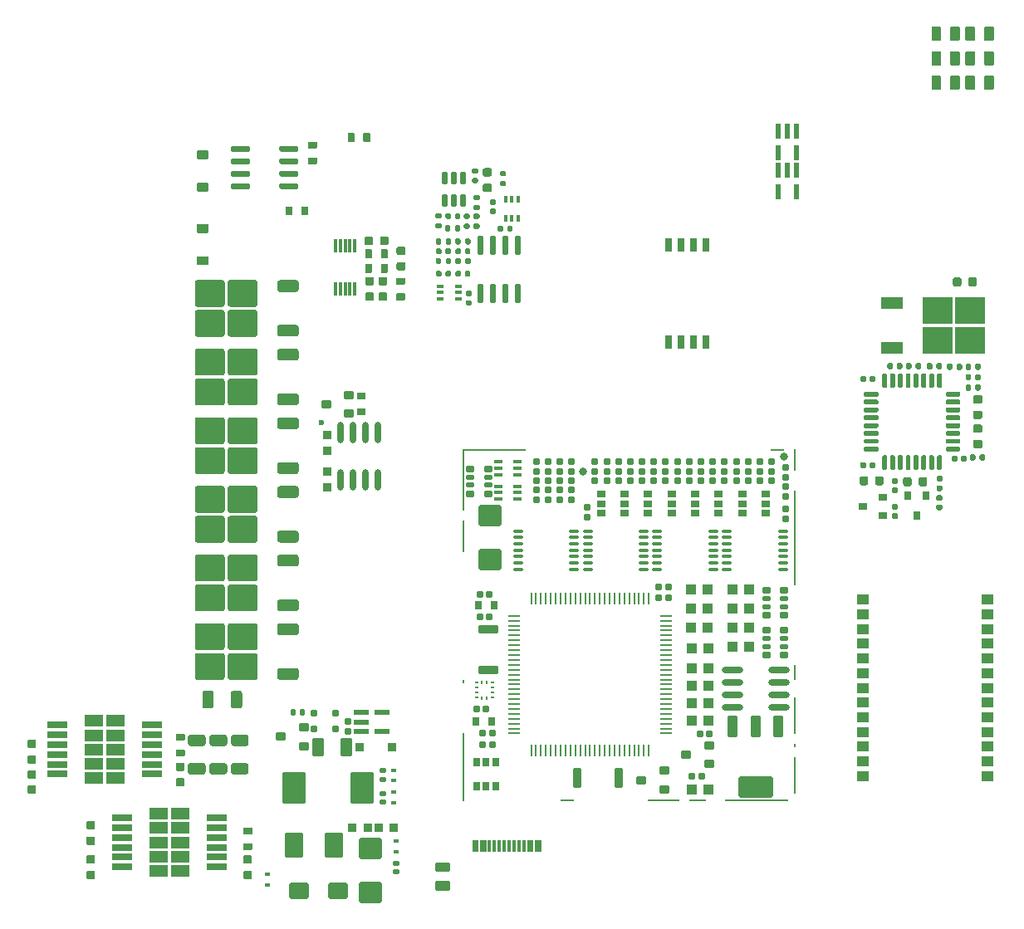
<source format=gtp>
G75*
G70*
%OFA0B0*%
%FSLAX25Y25*%
%IPPOS*%
%LPD*%
%AMOC8*
5,1,8,0,0,1.08239X$1,22.5*
%
%AMM1*
21,1,0.086610,0.073230,0.000000,0.000000,270.000000*
21,1,0.069290,0.090550,0.000000,0.000000,270.000000*
1,1,0.017320,-0.036610,-0.034650*
1,1,0.017320,-0.036610,0.034650*
1,1,0.017320,0.036610,0.034650*
1,1,0.017320,0.036610,-0.034650*
%
%AMM10*
21,1,0.015750,0.016540,0.000000,0.000000,270.000000*
21,1,0.012600,0.019680,0.000000,0.000000,270.000000*
1,1,0.003150,-0.008270,-0.006300*
1,1,0.003150,-0.008270,0.006300*
1,1,0.003150,0.008270,0.006300*
1,1,0.003150,0.008270,-0.006300*
%
%AMM11*
21,1,0.023620,0.018900,0.000000,0.000000,90.000000*
21,1,0.018900,0.023620,0.000000,0.000000,90.000000*
1,1,0.004720,0.009450,0.009450*
1,1,0.004720,0.009450,-0.009450*
1,1,0.004720,-0.009450,-0.009450*
1,1,0.004720,-0.009450,0.009450*
%
%AMM115*
21,1,0.021650,0.052760,0.000000,-0.000000,180.000000*
21,1,0.017320,0.057090,0.000000,-0.000000,180.000000*
1,1,0.004330,-0.008660,0.026380*
1,1,0.004330,0.008660,0.026380*
1,1,0.004330,0.008660,-0.026380*
1,1,0.004330,-0.008660,-0.026380*
%
%AMM12*
21,1,0.019680,0.019680,0.000000,0.000000,0.000000*
21,1,0.015750,0.023620,0.000000,0.000000,0.000000*
1,1,0.003940,0.007870,-0.009840*
1,1,0.003940,-0.007870,-0.009840*
1,1,0.003940,-0.007870,0.009840*
1,1,0.003940,0.007870,0.009840*
%
%AMM13*
21,1,0.019680,0.019680,0.000000,0.000000,270.000000*
21,1,0.015750,0.023620,0.000000,0.000000,270.000000*
1,1,0.003940,-0.009840,-0.007870*
1,1,0.003940,-0.009840,0.007870*
1,1,0.003940,0.009840,0.007870*
1,1,0.003940,0.009840,-0.007870*
%
%AMM183*
21,1,0.025590,0.026380,-0.000000,-0.000000,90.000000*
21,1,0.020470,0.031500,-0.000000,-0.000000,90.000000*
1,1,0.005120,0.013190,0.010240*
1,1,0.005120,0.013190,-0.010240*
1,1,0.005120,-0.013190,-0.010240*
1,1,0.005120,-0.013190,0.010240*
%
%AMM184*
21,1,0.017720,0.027950,-0.000000,-0.000000,90.000000*
21,1,0.014170,0.031500,-0.000000,-0.000000,90.000000*
1,1,0.003540,0.013980,0.007090*
1,1,0.003540,0.013980,-0.007090*
1,1,0.003540,-0.013980,-0.007090*
1,1,0.003540,-0.013980,0.007090*
%
%AMM185*
21,1,0.012600,0.028980,-0.000000,-0.000000,270.000000*
21,1,0.010080,0.031500,-0.000000,-0.000000,270.000000*
1,1,0.002520,-0.014490,-0.005040*
1,1,0.002520,-0.014490,0.005040*
1,1,0.002520,0.014490,0.005040*
1,1,0.002520,0.014490,-0.005040*
%
%AMM186*
21,1,0.023620,0.030710,-0.000000,-0.000000,0.000000*
21,1,0.018900,0.035430,-0.000000,-0.000000,0.000000*
1,1,0.004720,0.009450,-0.015350*
1,1,0.004720,-0.009450,-0.015350*
1,1,0.004720,-0.009450,0.015350*
1,1,0.004720,0.009450,0.015350*
%
%AMM187*
21,1,0.027560,0.018900,-0.000000,-0.000000,270.000000*
21,1,0.022840,0.023620,-0.000000,-0.000000,270.000000*
1,1,0.004720,-0.009450,-0.011420*
1,1,0.004720,-0.009450,0.011420*
1,1,0.004720,0.009450,0.011420*
1,1,0.004720,0.009450,-0.011420*
%
%AMM188*
21,1,0.031500,0.072440,-0.000000,-0.000000,270.000000*
21,1,0.025200,0.078740,-0.000000,-0.000000,270.000000*
1,1,0.006300,-0.036220,-0.012600*
1,1,0.006300,-0.036220,0.012600*
1,1,0.006300,0.036220,0.012600*
1,1,0.006300,0.036220,-0.012600*
%
%AMM189*
21,1,0.027560,0.018900,-0.000000,-0.000000,0.000000*
21,1,0.022840,0.023620,-0.000000,-0.000000,0.000000*
1,1,0.004720,0.011420,-0.009450*
1,1,0.004720,-0.011420,-0.009450*
1,1,0.004720,-0.011420,0.009450*
1,1,0.004720,0.011420,0.009450*
%
%AMM190*
21,1,0.023620,0.030710,-0.000000,-0.000000,90.000000*
21,1,0.018900,0.035430,-0.000000,-0.000000,90.000000*
1,1,0.004720,0.015350,0.009450*
1,1,0.004720,0.015350,-0.009450*
1,1,0.004720,-0.015350,-0.009450*
1,1,0.004720,-0.015350,0.009450*
%
%AMM191*
21,1,0.035430,0.030320,-0.000000,-0.000000,90.000000*
21,1,0.028350,0.037400,-0.000000,-0.000000,90.000000*
1,1,0.007090,0.015160,0.014170*
1,1,0.007090,0.015160,-0.014170*
1,1,0.007090,-0.015160,-0.014170*
1,1,0.007090,-0.015160,0.014170*
%
%AMM192*
21,1,0.043310,0.075980,-0.000000,-0.000000,180.000000*
21,1,0.034650,0.084650,-0.000000,-0.000000,180.000000*
1,1,0.008660,-0.017320,0.037990*
1,1,0.008660,0.017320,0.037990*
1,1,0.008660,0.017320,-0.037990*
1,1,0.008660,-0.017320,-0.037990*
%
%AMM193*
21,1,0.039370,0.035430,-0.000000,-0.000000,180.000000*
21,1,0.031500,0.043310,-0.000000,-0.000000,180.000000*
1,1,0.007870,-0.015750,0.017720*
1,1,0.007870,0.015750,0.017720*
1,1,0.007870,0.015750,-0.017720*
1,1,0.007870,-0.015750,-0.017720*
%
%AMM194*
21,1,0.027560,0.030710,-0.000000,-0.000000,180.000000*
21,1,0.022050,0.036220,-0.000000,-0.000000,180.000000*
1,1,0.005510,-0.011020,0.015350*
1,1,0.005510,0.011020,0.015350*
1,1,0.005510,0.011020,-0.015350*
1,1,0.005510,-0.011020,-0.015350*
%
%AMM195*
21,1,0.031500,0.072440,-0.000000,-0.000000,180.000000*
21,1,0.025200,0.078740,-0.000000,-0.000000,180.000000*
1,1,0.006300,-0.012600,0.036220*
1,1,0.006300,0.012600,0.036220*
1,1,0.006300,0.012600,-0.036220*
1,1,0.006300,-0.012600,-0.036220*
%
%AMM196*
21,1,0.137800,0.067720,-0.000000,-0.000000,180.000000*
21,1,0.120870,0.084650,-0.000000,-0.000000,180.000000*
1,1,0.016930,-0.060430,0.033860*
1,1,0.016930,0.060430,0.033860*
1,1,0.016930,0.060430,-0.033860*
1,1,0.016930,-0.060430,-0.033860*
%
%AMM197*
21,1,0.043310,0.075990,-0.000000,-0.000000,180.000000*
21,1,0.034650,0.084650,-0.000000,-0.000000,180.000000*
1,1,0.008660,-0.017320,0.037990*
1,1,0.008660,0.017320,0.037990*
1,1,0.008660,0.017320,-0.037990*
1,1,0.008660,-0.017320,-0.037990*
%
%AMM198*
21,1,0.086610,0.073230,-0.000000,-0.000000,270.000000*
21,1,0.069290,0.090550,-0.000000,-0.000000,270.000000*
1,1,0.017320,-0.036610,-0.034650*
1,1,0.017320,-0.036610,0.034650*
1,1,0.017320,0.036610,0.034650*
1,1,0.017320,0.036610,-0.034650*
%
%AMM2*
21,1,0.094490,0.111020,0.000000,0.000000,0.000000*
21,1,0.075590,0.129920,0.000000,0.000000,0.000000*
1,1,0.018900,0.037800,-0.055510*
1,1,0.018900,-0.037800,-0.055510*
1,1,0.018900,-0.037800,0.055510*
1,1,0.018900,0.037800,0.055510*
%
%AMM249*
21,1,0.035430,0.030320,0.000000,-0.000000,90.000000*
21,1,0.028350,0.037400,0.000000,-0.000000,90.000000*
1,1,0.007090,0.015160,0.014170*
1,1,0.007090,0.015160,-0.014170*
1,1,0.007090,-0.015160,-0.014170*
1,1,0.007090,-0.015160,0.014170*
%
%AMM250*
21,1,0.033470,0.026770,0.000000,-0.000000,270.000000*
21,1,0.026770,0.033470,0.000000,-0.000000,270.000000*
1,1,0.006690,-0.013390,-0.013390*
1,1,0.006690,-0.013390,0.013390*
1,1,0.006690,0.013390,0.013390*
1,1,0.006690,0.013390,-0.013390*
%
%AMM251*
21,1,0.027560,0.030710,0.000000,-0.000000,90.000000*
21,1,0.022050,0.036220,0.000000,-0.000000,90.000000*
1,1,0.005510,0.015350,0.011020*
1,1,0.005510,0.015350,-0.011020*
1,1,0.005510,-0.015350,-0.011020*
1,1,0.005510,-0.015350,0.011020*
%
%AMM3*
21,1,0.074800,0.083460,0.000000,0.000000,0.000000*
21,1,0.059840,0.098430,0.000000,0.000000,0.000000*
1,1,0.014960,0.029920,-0.041730*
1,1,0.014960,-0.029920,-0.041730*
1,1,0.014960,-0.029920,0.041730*
1,1,0.014960,0.029920,0.041730*
%
%AMM4*
21,1,0.078740,0.053540,0.000000,0.000000,180.000000*
21,1,0.065350,0.066930,0.000000,0.000000,180.000000*
1,1,0.013390,-0.032680,0.026770*
1,1,0.013390,0.032680,0.026770*
1,1,0.013390,0.032680,-0.026770*
1,1,0.013390,-0.032680,-0.026770*
%
%AMM5*
21,1,0.035430,0.030320,0.000000,0.000000,90.000000*
21,1,0.028350,0.037400,0.000000,0.000000,90.000000*
1,1,0.007090,0.015160,0.014170*
1,1,0.007090,0.015160,-0.014170*
1,1,0.007090,-0.015160,-0.014170*
1,1,0.007090,-0.015160,0.014170*
%
%AMM6*
21,1,0.021650,0.052760,0.000000,0.000000,270.000000*
21,1,0.017320,0.057090,0.000000,0.000000,270.000000*
1,1,0.004330,-0.026380,-0.008660*
1,1,0.004330,-0.026380,0.008660*
1,1,0.004330,0.026380,0.008660*
1,1,0.004330,0.026380,-0.008660*
%
%AMM7*
21,1,0.035830,0.026770,0.000000,0.000000,0.000000*
21,1,0.029130,0.033470,0.000000,0.000000,0.000000*
1,1,0.006690,0.014570,-0.013390*
1,1,0.006690,-0.014570,-0.013390*
1,1,0.006690,-0.014570,0.013390*
1,1,0.006690,0.014570,0.013390*
%
%AMM8*
21,1,0.070870,0.036220,0.000000,0.000000,90.000000*
21,1,0.061810,0.045280,0.000000,0.000000,90.000000*
1,1,0.009060,0.018110,0.030910*
1,1,0.009060,0.018110,-0.030910*
1,1,0.009060,-0.018110,-0.030910*
1,1,0.009060,-0.018110,0.030910*
%
%AMM9*
21,1,0.033470,0.026770,0.000000,0.000000,0.000000*
21,1,0.026770,0.033470,0.000000,0.000000,0.000000*
1,1,0.006690,0.013390,-0.013390*
1,1,0.006690,-0.013390,-0.013390*
1,1,0.006690,-0.013390,0.013390*
1,1,0.006690,0.013390,0.013390*
%
%ADD103M1*%
%ADD104M2*%
%ADD105M3*%
%ADD106M4*%
%ADD107M5*%
%ADD108M6*%
%ADD109M7*%
%ADD110M8*%
%ADD111M9*%
%ADD112M10*%
%ADD113M11*%
%ADD114M12*%
%ADD115M13*%
%ADD153R,0.02559X0.01575*%
%ADD154R,0.01575X0.02559*%
%ADD157R,0.03543X0.03150*%
%ADD161R,0.03150X0.03543*%
%ADD181O,0.04724X0.00866*%
%ADD182O,0.00866X0.04724*%
%ADD183O,0.04331X0.01181*%
%ADD186R,0.01378X0.00984*%
%ADD187R,0.00984X0.01378*%
%ADD192O,0.08661X0.02362*%
%ADD24C,0.03150*%
%ADD28C,0.02362*%
%ADD297M115*%
%ADD307R,0.01181X0.05512*%
%ADD308R,0.08661X0.04724*%
%ADD312R,0.12008X0.10827*%
%ADD335O,0.02362X0.08661*%
%ADD393M183*%
%ADD394M184*%
%ADD395M185*%
%ADD396M186*%
%ADD397M187*%
%ADD398M188*%
%ADD399M189*%
%ADD400M190*%
%ADD401M191*%
%ADD402M192*%
%ADD403M193*%
%ADD404M194*%
%ADD405M195*%
%ADD406M196*%
%ADD407M197*%
%ADD408M198*%
%ADD460M249*%
%ADD461M250*%
%ADD462M251*%
%ADD56R,0.05118X0.03937*%
%ADD57R,0.07874X0.02559*%
%ADD59R,0.00787X0.14567*%
%ADD60R,0.00787X0.01575*%
%ADD61R,0.00787X0.06299*%
%ADD62R,0.00787X0.38189*%
%ADD63R,0.00787X0.09055*%
%ADD64R,0.05512X0.00787*%
%ADD65R,0.25197X0.00787*%
%ADD66R,0.06693X0.00787*%
%ADD67R,0.12992X0.00787*%
%ADD68R,0.00787X0.27559*%
%ADD69R,0.00787X0.12992*%
%ADD70R,0.00787X0.24803*%
%ADD71R,0.01181X0.04528*%
%ADD75R,0.02717X0.05315*%
%ADD82O,0.00000X0.00000*%
%ADD83R,0.07677X0.04567*%
X0000000Y0000000D02*
%LPD*%
G01*
G36*
G01*
X0380906Y0334154D02*
X0380906Y0339075D01*
G75*
G02*
X0381299Y0339469I0000394J0000000D01*
G01*
X0384449Y0339469D01*
G75*
G02*
X0384843Y0339075I0000000J-000394D01*
G01*
X0384843Y0334154D01*
G75*
G02*
X0384449Y0333760I-000394J0000000D01*
G01*
X0381299Y0333760D01*
G75*
G02*
X0380906Y0334154I0000000J0000394D01*
G01*
G37*
G36*
G01*
X0388386Y0334154D02*
X0388386Y0339075D01*
G75*
G02*
X0388780Y0339469I0000394J0000000D01*
G01*
X0391929Y0339469D01*
G75*
G02*
X0392323Y0339075I0000000J-000394D01*
G01*
X0392323Y0334154D01*
G75*
G02*
X0391929Y0333760I-000394J0000000D01*
G01*
X0388780Y0333760D01*
G75*
G02*
X0388386Y0334154I0000000J0000394D01*
G01*
G37*
G36*
G01*
X0113287Y0295709D02*
X0113287Y0294528D01*
G75*
G02*
X0112697Y0293937I-000591J0000000D01*
G01*
X0106201Y0293937D01*
G75*
G02*
X0105610Y0294528I0000000J0000591D01*
G01*
X0105610Y0295709D01*
G75*
G02*
X0106201Y0296299I0000591J0000000D01*
G01*
X0112697Y0296299D01*
G75*
G02*
X0113287Y0295709I0000000J-000591D01*
G01*
G37*
G36*
G01*
X0113287Y0300709D02*
X0113287Y0299528D01*
G75*
G02*
X0112697Y0298937I-000591J0000000D01*
G01*
X0106201Y0298937D01*
G75*
G02*
X0105610Y0299528I0000000J0000591D01*
G01*
X0105610Y0300709D01*
G75*
G02*
X0106201Y0301299I0000591J0000000D01*
G01*
X0112697Y0301299D01*
G75*
G02*
X0113287Y0300709I0000000J-000591D01*
G01*
G37*
G36*
G01*
X0113287Y0305709D02*
X0113287Y0304528D01*
G75*
G02*
X0112697Y0303937I-000591J0000000D01*
G01*
X0106201Y0303937D01*
G75*
G02*
X0105610Y0304528I0000000J0000591D01*
G01*
X0105610Y0305709D01*
G75*
G02*
X0106201Y0306299I0000591J0000000D01*
G01*
X0112697Y0306299D01*
G75*
G02*
X0113287Y0305709I0000000J-000591D01*
G01*
G37*
G36*
G01*
X0113287Y0310709D02*
X0113287Y0309528D01*
G75*
G02*
X0112697Y0308937I-000591J0000000D01*
G01*
X0106201Y0308937D01*
G75*
G02*
X0105610Y0309528I0000000J0000591D01*
G01*
X0105610Y0310709D01*
G75*
G02*
X0106201Y0311299I0000591J0000000D01*
G01*
X0112697Y0311299D01*
G75*
G02*
X0113287Y0310709I0000000J-000591D01*
G01*
G37*
G36*
G01*
X0093799Y0310709D02*
X0093799Y0309528D01*
G75*
G02*
X0093209Y0308937I-000591J0000000D01*
G01*
X0086713Y0308937D01*
G75*
G02*
X0086122Y0309528I0000000J0000591D01*
G01*
X0086122Y0310709D01*
G75*
G02*
X0086713Y0311299I0000591J0000000D01*
G01*
X0093209Y0311299D01*
G75*
G02*
X0093799Y0310709I0000000J-000591D01*
G01*
G37*
G36*
G01*
X0093799Y0305709D02*
X0093799Y0304528D01*
G75*
G02*
X0093209Y0303937I-000591J0000000D01*
G01*
X0086713Y0303937D01*
G75*
G02*
X0086122Y0304528I0000000J0000591D01*
G01*
X0086122Y0305709D01*
G75*
G02*
X0086713Y0306299I0000591J0000000D01*
G01*
X0093209Y0306299D01*
G75*
G02*
X0093799Y0305709I0000000J-000591D01*
G01*
G37*
G36*
G01*
X0093799Y0300709D02*
X0093799Y0299528D01*
G75*
G02*
X0093209Y0298937I-000591J0000000D01*
G01*
X0086713Y0298937D01*
G75*
G02*
X0086122Y0299528I0000000J0000591D01*
G01*
X0086122Y0300709D01*
G75*
G02*
X0086713Y0301299I0000591J0000000D01*
G01*
X0093209Y0301299D01*
G75*
G02*
X0093799Y0300709I0000000J-000591D01*
G01*
G37*
G36*
G01*
X0093799Y0295709D02*
X0093799Y0294528D01*
G75*
G02*
X0093209Y0293937I-000591J0000000D01*
G01*
X0086713Y0293937D01*
G75*
G02*
X0086122Y0294528I0000000J0000591D01*
G01*
X0086122Y0295709D01*
G75*
G02*
X0086713Y0296299I0000591J0000000D01*
G01*
X0093209Y0296299D01*
G75*
G02*
X0093799Y0295709I0000000J-000591D01*
G01*
G37*
G36*
G01*
X0028583Y0040217D02*
X0031260Y0040217D01*
G75*
G02*
X0031594Y0039882I0000000J-000335D01*
G01*
X0031594Y0037205D01*
G75*
G02*
X0031260Y0036870I-000335J0000000D01*
G01*
X0028583Y0036870D01*
G75*
G02*
X0028248Y0037205I0000000J0000335D01*
G01*
X0028248Y0039882D01*
G75*
G02*
X0028583Y0040217I0000335J0000000D01*
G01*
G37*
G36*
G01*
X0028583Y0033996D02*
X0031260Y0033996D01*
G75*
G02*
X0031594Y0033661I0000000J-000335D01*
G01*
X0031594Y0030984D01*
G75*
G02*
X0031260Y0030650I-000335J0000000D01*
G01*
X0028583Y0030650D01*
G75*
G02*
X0028248Y0030984I0000000J0000335D01*
G01*
X0028248Y0033661D01*
G75*
G02*
X0028583Y0033996I0000335J0000000D01*
G01*
G37*
G36*
G01*
X0380906Y0343996D02*
X0380906Y0348917D01*
G75*
G02*
X0381299Y0349311I0000394J0000000D01*
G01*
X0384449Y0349311D01*
G75*
G02*
X0384843Y0348917I0000000J-000394D01*
G01*
X0384843Y0343996D01*
G75*
G02*
X0384449Y0343602I-000394J0000000D01*
G01*
X0381299Y0343602D01*
G75*
G02*
X0380906Y0343996I0000000J0000394D01*
G01*
G37*
G36*
G01*
X0388386Y0343996D02*
X0388386Y0348917D01*
G75*
G02*
X0388780Y0349311I0000394J0000000D01*
G01*
X0391929Y0349311D01*
G75*
G02*
X0392323Y0348917I0000000J-000394D01*
G01*
X0392323Y0343996D01*
G75*
G02*
X0391929Y0343602I-000394J0000000D01*
G01*
X0388780Y0343602D01*
G75*
G02*
X0388386Y0343996I0000000J0000394D01*
G01*
G37*
G36*
G01*
X0113386Y0155787D02*
X0113386Y0153031D01*
G75*
G02*
X0112402Y0152047I-000984J0000000D01*
G01*
X0105709Y0152047D01*
G75*
G02*
X0104724Y0153031I0000000J0000984D01*
G01*
X0104724Y0155787D01*
G75*
G02*
X0105709Y0156772I0000984J0000000D01*
G01*
X0112402Y0156772D01*
G75*
G02*
X0113386Y0155787I0000000J-000984D01*
G01*
G37*
G36*
G01*
X0096850Y0161811D02*
X0096850Y0152953D01*
G75*
G02*
X0095866Y0151969I-000984J0000000D01*
G01*
X0085827Y0151969D01*
G75*
G02*
X0084843Y0152953I0000000J0000984D01*
G01*
X0084843Y0161811D01*
G75*
G02*
X0085827Y0162795I0000984J0000000D01*
G01*
X0095866Y0162795D01*
G75*
G02*
X0096850Y0161811I0000000J-000984D01*
G01*
G37*
G36*
G01*
X0096850Y0173819D02*
X0096850Y0164961D01*
G75*
G02*
X0095866Y0163976I-000984J0000000D01*
G01*
X0085827Y0163976D01*
G75*
G02*
X0084843Y0164961I0000000J0000984D01*
G01*
X0084843Y0173819D01*
G75*
G02*
X0085827Y0174803I0000984J0000000D01*
G01*
X0095866Y0174803D01*
G75*
G02*
X0096850Y0173819I0000000J-000984D01*
G01*
G37*
G36*
G01*
X0083661Y0161811D02*
X0083661Y0152953D01*
G75*
G02*
X0082677Y0151969I-000984J0000000D01*
G01*
X0072638Y0151969D01*
G75*
G02*
X0071654Y0152953I0000000J0000984D01*
G01*
X0071654Y0161811D01*
G75*
G02*
X0072638Y0162795I0000984J0000000D01*
G01*
X0082677Y0162795D01*
G75*
G02*
X0083661Y0161811I0000000J-000984D01*
G01*
G37*
G36*
G01*
X0083661Y0173819D02*
X0083661Y0164961D01*
G75*
G02*
X0082677Y0163976I-000984J0000000D01*
G01*
X0072638Y0163976D01*
G75*
G02*
X0071654Y0164961I0000000J0000984D01*
G01*
X0071654Y0173819D01*
G75*
G02*
X0072638Y0174803I0000984J0000000D01*
G01*
X0082677Y0174803D01*
G75*
G02*
X0083661Y0173819I0000000J-000984D01*
G01*
G37*
G36*
G01*
X0113386Y0173740D02*
X0113386Y0170984D01*
G75*
G02*
X0112402Y0170000I-000984J0000000D01*
G01*
X0105709Y0170000D01*
G75*
G02*
X0104724Y0170984I0000000J0000984D01*
G01*
X0104724Y0173740D01*
G75*
G02*
X0105709Y0174724I0000984J0000000D01*
G01*
X0112402Y0174724D01*
G75*
G02*
X0113386Y0173740I0000000J-000984D01*
G01*
G37*
G36*
G01*
X0113386Y0238465D02*
X0113386Y0235709D01*
G75*
G02*
X0112402Y0234724I-000984J0000000D01*
G01*
X0105709Y0234724D01*
G75*
G02*
X0104724Y0235709I0000000J0000984D01*
G01*
X0104724Y0238465D01*
G75*
G02*
X0105709Y0239449I0000984J0000000D01*
G01*
X0112402Y0239449D01*
G75*
G02*
X0113386Y0238465I0000000J-000984D01*
G01*
G37*
G36*
G01*
X0096850Y0244488D02*
X0096850Y0235630D01*
G75*
G02*
X0095866Y0234646I-000984J0000000D01*
G01*
X0085827Y0234646D01*
G75*
G02*
X0084843Y0235630I0000000J0000984D01*
G01*
X0084843Y0244488D01*
G75*
G02*
X0085827Y0245472I0000984J0000000D01*
G01*
X0095866Y0245472D01*
G75*
G02*
X0096850Y0244488I0000000J-000984D01*
G01*
G37*
G36*
G01*
X0096850Y0256496D02*
X0096850Y0247638D01*
G75*
G02*
X0095866Y0246654I-000984J0000000D01*
G01*
X0085827Y0246654D01*
G75*
G02*
X0084843Y0247638I0000000J0000984D01*
G01*
X0084843Y0256496D01*
G75*
G02*
X0085827Y0257480I0000984J0000000D01*
G01*
X0095866Y0257480D01*
G75*
G02*
X0096850Y0256496I0000000J-000984D01*
G01*
G37*
G36*
G01*
X0083661Y0244488D02*
X0083661Y0235630D01*
G75*
G02*
X0082677Y0234646I-000984J0000000D01*
G01*
X0072638Y0234646D01*
G75*
G02*
X0071654Y0235630I0000000J0000984D01*
G01*
X0071654Y0244488D01*
G75*
G02*
X0072638Y0245472I0000984J0000000D01*
G01*
X0082677Y0245472D01*
G75*
G02*
X0083661Y0244488I0000000J-000984D01*
G01*
G37*
G36*
G01*
X0083661Y0256496D02*
X0083661Y0247638D01*
G75*
G02*
X0082677Y0246654I-000984J0000000D01*
G01*
X0072638Y0246654D01*
G75*
G02*
X0071654Y0247638I0000000J0000984D01*
G01*
X0071654Y0256496D01*
G75*
G02*
X0072638Y0257480I0000984J0000000D01*
G01*
X0082677Y0257480D01*
G75*
G02*
X0083661Y0256496I0000000J-000984D01*
G01*
G37*
G36*
G01*
X0113386Y0256417D02*
X0113386Y0253661D01*
G75*
G02*
X0112402Y0252677I-000984J0000000D01*
G01*
X0105709Y0252677D01*
G75*
G02*
X0104724Y0253661I0000000J0000984D01*
G01*
X0104724Y0256417D01*
G75*
G02*
X0105709Y0257402I0000984J0000000D01*
G01*
X0112402Y0257402D01*
G75*
G02*
X0113386Y0256417I0000000J-000984D01*
G01*
G37*
G36*
G01*
X0113386Y0210906D02*
X0113386Y0208150D01*
G75*
G02*
X0112402Y0207165I-000984J0000000D01*
G01*
X0105709Y0207165D01*
G75*
G02*
X0104724Y0208150I0000000J0000984D01*
G01*
X0104724Y0210906D01*
G75*
G02*
X0105709Y0211890I0000984J0000000D01*
G01*
X0112402Y0211890D01*
G75*
G02*
X0113386Y0210906I0000000J-000984D01*
G01*
G37*
G36*
G01*
X0096850Y0216929D02*
X0096850Y0208071D01*
G75*
G02*
X0095866Y0207087I-000984J0000000D01*
G01*
X0085827Y0207087D01*
G75*
G02*
X0084843Y0208071I0000000J0000984D01*
G01*
X0084843Y0216929D01*
G75*
G02*
X0085827Y0217913I0000984J0000000D01*
G01*
X0095866Y0217913D01*
G75*
G02*
X0096850Y0216929I0000000J-000984D01*
G01*
G37*
G36*
G01*
X0096850Y0228937D02*
X0096850Y0220079D01*
G75*
G02*
X0095866Y0219094I-000984J0000000D01*
G01*
X0085827Y0219094D01*
G75*
G02*
X0084843Y0220079I0000000J0000984D01*
G01*
X0084843Y0228937D01*
G75*
G02*
X0085827Y0229921I0000984J0000000D01*
G01*
X0095866Y0229921D01*
G75*
G02*
X0096850Y0228937I0000000J-000984D01*
G01*
G37*
G36*
G01*
X0083661Y0216929D02*
X0083661Y0208071D01*
G75*
G02*
X0082677Y0207087I-000984J0000000D01*
G01*
X0072638Y0207087D01*
G75*
G02*
X0071654Y0208071I0000000J0000984D01*
G01*
X0071654Y0216929D01*
G75*
G02*
X0072638Y0217913I0000984J0000000D01*
G01*
X0082677Y0217913D01*
G75*
G02*
X0083661Y0216929I0000000J-000984D01*
G01*
G37*
G36*
G01*
X0083661Y0228937D02*
X0083661Y0220079D01*
G75*
G02*
X0082677Y0219094I-000984J0000000D01*
G01*
X0072638Y0219094D01*
G75*
G02*
X0071654Y0220079I0000000J0000984D01*
G01*
X0071654Y0228937D01*
G75*
G02*
X0072638Y0229921I0000984J0000000D01*
G01*
X0082677Y0229921D01*
G75*
G02*
X0083661Y0228937I0000000J-000984D01*
G01*
G37*
G36*
G01*
X0113386Y0228858D02*
X0113386Y0226102D01*
G75*
G02*
X0112402Y0225118I-000984J0000000D01*
G01*
X0105709Y0225118D01*
G75*
G02*
X0104724Y0226102I0000000J0000984D01*
G01*
X0104724Y0228858D01*
G75*
G02*
X0105709Y0229843I0000984J0000000D01*
G01*
X0112402Y0229843D01*
G75*
G02*
X0113386Y0228858I0000000J-000984D01*
G01*
G37*
G36*
G01*
X0091575Y0026437D02*
X0094252Y0026437D01*
G75*
G02*
X0094587Y0026102I0000000J-000335D01*
G01*
X0094587Y0023425D01*
G75*
G02*
X0094252Y0023091I-000335J0000000D01*
G01*
X0091575Y0023091D01*
G75*
G02*
X0091240Y0023425I0000000J0000335D01*
G01*
X0091240Y0026102D01*
G75*
G02*
X0091575Y0026437I0000335J0000000D01*
G01*
G37*
G36*
G01*
X0091575Y0020217D02*
X0094252Y0020217D01*
G75*
G02*
X0094587Y0019882I0000000J-000335D01*
G01*
X0094587Y0017205D01*
G75*
G02*
X0094252Y0016870I-000335J0000000D01*
G01*
X0091575Y0016870D01*
G75*
G02*
X0091240Y0017205I0000000J0000335D01*
G01*
X0091240Y0019882D01*
G75*
G02*
X0091575Y0020217I0000335J0000000D01*
G01*
G37*
G36*
G01*
X0142057Y0316201D02*
X0142057Y0313130D01*
G75*
G02*
X0141781Y0312854I-000276J0000000D01*
G01*
X0139577Y0312854D01*
G75*
G02*
X0139301Y0313130I0000000J0000276D01*
G01*
X0139301Y0316201D01*
G75*
G02*
X0139577Y0316476I0000276J0000000D01*
G01*
X0141781Y0316476D01*
G75*
G02*
X0142057Y0316201I0000000J-000276D01*
G01*
G37*
G36*
G01*
X0135758Y0316201D02*
X0135758Y0313130D01*
G75*
G02*
X0135482Y0312854I-000276J0000000D01*
G01*
X0133278Y0312854D01*
G75*
G02*
X0133002Y0313130I0000000J0000276D01*
G01*
X0133002Y0316201D01*
G75*
G02*
X0133278Y0316476I0000276J0000000D01*
G01*
X0135482Y0316476D01*
G75*
G02*
X0135758Y0316201I0000000J-000276D01*
G01*
G37*
G36*
G01*
X0064508Y0063681D02*
X0067185Y0063681D01*
G75*
G02*
X0067520Y0063346I0000000J-000335D01*
G01*
X0067520Y0060669D01*
G75*
G02*
X0067185Y0060335I-000335J0000000D01*
G01*
X0064508Y0060335D01*
G75*
G02*
X0064173Y0060669I0000000J0000335D01*
G01*
X0064173Y0063346D01*
G75*
G02*
X0064508Y0063681I0000335J0000000D01*
G01*
G37*
G36*
G01*
X0064508Y0057461D02*
X0067185Y0057461D01*
G75*
G02*
X0067520Y0057126I0000000J-000335D01*
G01*
X0067520Y0054449D01*
G75*
G02*
X0067185Y0054114I-000335J0000000D01*
G01*
X0064508Y0054114D01*
G75*
G02*
X0064173Y0054449I0000000J0000335D01*
G01*
X0064173Y0057126D01*
G75*
G02*
X0064508Y0057461I0000335J0000000D01*
G01*
G37*
G36*
G01*
X0068898Y0071280D02*
X0068898Y0073996D01*
G75*
G02*
X0069803Y0074902I0000906J0000000D01*
G01*
X0075079Y0074902D01*
G75*
G02*
X0075984Y0073996I0000000J-000906D01*
G01*
X0075984Y0071280D01*
G75*
G02*
X0075079Y0070374I-000906J0000000D01*
G01*
X0069803Y0070374D01*
G75*
G02*
X0068898Y0071280I0000000J0000906D01*
G01*
G37*
G36*
G01*
X0068898Y0059862D02*
X0068898Y0062579D01*
G75*
G02*
X0069803Y0063484I0000906J0000000D01*
G01*
X0075079Y0063484D01*
G75*
G02*
X0075984Y0062579I0000000J-000906D01*
G01*
X0075984Y0059862D01*
G75*
G02*
X0075079Y0058957I-000906J0000000D01*
G01*
X0069803Y0058957D01*
G75*
G02*
X0068898Y0059862I0000000J0000906D01*
G01*
G37*
G36*
G01*
X0367323Y0334154D02*
X0367323Y0339075D01*
G75*
G02*
X0367717Y0339469I0000394J0000000D01*
G01*
X0370866Y0339469D01*
G75*
G02*
X0371260Y0339075I0000000J-000394D01*
G01*
X0371260Y0334154D01*
G75*
G02*
X0370866Y0333760I-000394J0000000D01*
G01*
X0367717Y0333760D01*
G75*
G02*
X0367323Y0334154I0000000J0000394D01*
G01*
G37*
G36*
G01*
X0374803Y0334154D02*
X0374803Y0339075D01*
G75*
G02*
X0375197Y0339469I0000394J0000000D01*
G01*
X0378347Y0339469D01*
G75*
G02*
X0378740Y0339075I0000000J-000394D01*
G01*
X0378740Y0334154D01*
G75*
G02*
X0378347Y0333760I-000394J0000000D01*
G01*
X0375197Y0333760D01*
G75*
G02*
X0374803Y0334154I0000000J0000394D01*
G01*
G37*
G36*
G01*
X0004961Y0072894D02*
X0007638Y0072894D01*
G75*
G02*
X0007972Y0072559I0000000J-000335D01*
G01*
X0007972Y0069882D01*
G75*
G02*
X0007638Y0069547I-000335J0000000D01*
G01*
X0004961Y0069547D01*
G75*
G02*
X0004626Y0069882I0000000J0000335D01*
G01*
X0004626Y0072559D01*
G75*
G02*
X0004961Y0072894I0000335J0000000D01*
G01*
G37*
G36*
G01*
X0004961Y0066673D02*
X0007638Y0066673D01*
G75*
G02*
X0007972Y0066339I0000000J-000335D01*
G01*
X0007972Y0063661D01*
G75*
G02*
X0007638Y0063327I-000335J0000000D01*
G01*
X0004961Y0063327D01*
G75*
G02*
X0004626Y0063661I0000000J0000335D01*
G01*
X0004626Y0066339D01*
G75*
G02*
X0004961Y0066673I0000335J0000000D01*
G01*
G37*
G36*
G01*
X0117126Y0286772D02*
X0117126Y0283701D01*
G75*
G02*
X0116850Y0283425I-000276J0000000D01*
G01*
X0114646Y0283425D01*
G75*
G02*
X0114370Y0283701I0000000J0000276D01*
G01*
X0114370Y0286772D01*
G75*
G02*
X0114646Y0287047I0000276J0000000D01*
G01*
X0116850Y0287047D01*
G75*
G02*
X0117126Y0286772I0000000J-000276D01*
G01*
G37*
G36*
G01*
X0110827Y0286772D02*
X0110827Y0283701D01*
G75*
G02*
X0110551Y0283425I-000276J0000000D01*
G01*
X0108346Y0283425D01*
G75*
G02*
X0108071Y0283701I0000000J0000276D01*
G01*
X0108071Y0286772D01*
G75*
G02*
X0108346Y0287047I0000276J0000000D01*
G01*
X0110551Y0287047D01*
G75*
G02*
X0110827Y0286772I0000000J-000276D01*
G01*
G37*
G36*
G01*
X0077559Y0071280D02*
X0077559Y0073996D01*
G75*
G02*
X0078465Y0074902I0000906J0000000D01*
G01*
X0083740Y0074902D01*
G75*
G02*
X0084646Y0073996I0000000J-000906D01*
G01*
X0084646Y0071280D01*
G75*
G02*
X0083740Y0070374I-000906J0000000D01*
G01*
X0078465Y0070374D01*
G75*
G02*
X0077559Y0071280I0000000J0000906D01*
G01*
G37*
G36*
G01*
X0077559Y0059862D02*
X0077559Y0062579D01*
G75*
G02*
X0078465Y0063484I0000906J0000000D01*
G01*
X0083740Y0063484D01*
G75*
G02*
X0084646Y0062579I0000000J-000906D01*
G01*
X0084646Y0059862D01*
G75*
G02*
X0083740Y0058957I-000906J0000000D01*
G01*
X0078465Y0058957D01*
G75*
G02*
X0077559Y0059862I0000000J0000906D01*
G01*
G37*
G36*
G01*
X0031260Y0016870D02*
X0028583Y0016870D01*
G75*
G02*
X0028248Y0017205I0000000J0000335D01*
G01*
X0028248Y0019882D01*
G75*
G02*
X0028583Y0020217I0000335J0000000D01*
G01*
X0031260Y0020217D01*
G75*
G02*
X0031594Y0019882I0000000J-000335D01*
G01*
X0031594Y0017205D01*
G75*
G02*
X0031260Y0016870I-000335J0000000D01*
G01*
G37*
G36*
G01*
X0031260Y0023091D02*
X0028583Y0023091D01*
G75*
G02*
X0028248Y0023425I0000000J0000335D01*
G01*
X0028248Y0026102D01*
G75*
G02*
X0028583Y0026437I0000335J0000000D01*
G01*
X0031260Y0026437D01*
G75*
G02*
X0031594Y0026102I0000000J-000335D01*
G01*
X0031594Y0023425D01*
G75*
G02*
X0031260Y0023091I-000335J0000000D01*
G01*
G37*
G36*
G01*
X0113386Y0100669D02*
X0113386Y0097913D01*
G75*
G02*
X0112402Y0096929I-000984J0000000D01*
G01*
X0105709Y0096929D01*
G75*
G02*
X0104724Y0097913I0000000J0000984D01*
G01*
X0104724Y0100669D01*
G75*
G02*
X0105709Y0101654I0000984J0000000D01*
G01*
X0112402Y0101654D01*
G75*
G02*
X0113386Y0100669I0000000J-000984D01*
G01*
G37*
G36*
G01*
X0096850Y0106693D02*
X0096850Y0097835D01*
G75*
G02*
X0095866Y0096850I-000984J0000000D01*
G01*
X0085827Y0096850D01*
G75*
G02*
X0084843Y0097835I0000000J0000984D01*
G01*
X0084843Y0106693D01*
G75*
G02*
X0085827Y0107677I0000984J0000000D01*
G01*
X0095866Y0107677D01*
G75*
G02*
X0096850Y0106693I0000000J-000984D01*
G01*
G37*
G36*
G01*
X0096850Y0118701D02*
X0096850Y0109843D01*
G75*
G02*
X0095866Y0108858I-000984J0000000D01*
G01*
X0085827Y0108858D01*
G75*
G02*
X0084843Y0109843I0000000J0000984D01*
G01*
X0084843Y0118701D01*
G75*
G02*
X0085827Y0119685I0000984J0000000D01*
G01*
X0095866Y0119685D01*
G75*
G02*
X0096850Y0118701I0000000J-000984D01*
G01*
G37*
G36*
G01*
X0083661Y0106693D02*
X0083661Y0097835D01*
G75*
G02*
X0082677Y0096850I-000984J0000000D01*
G01*
X0072638Y0096850D01*
G75*
G02*
X0071654Y0097835I0000000J0000984D01*
G01*
X0071654Y0106693D01*
G75*
G02*
X0072638Y0107677I0000984J0000000D01*
G01*
X0082677Y0107677D01*
G75*
G02*
X0083661Y0106693I0000000J-000984D01*
G01*
G37*
G36*
G01*
X0083661Y0118701D02*
X0083661Y0109843D01*
G75*
G02*
X0082677Y0108858I-000984J0000000D01*
G01*
X0072638Y0108858D01*
G75*
G02*
X0071654Y0109843I0000000J0000984D01*
G01*
X0071654Y0118701D01*
G75*
G02*
X0072638Y0119685I0000984J0000000D01*
G01*
X0082677Y0119685D01*
G75*
G02*
X0083661Y0118701I0000000J-000984D01*
G01*
G37*
G36*
G01*
X0113386Y0118622D02*
X0113386Y0115866D01*
G75*
G02*
X0112402Y0114882I-000984J0000000D01*
G01*
X0105709Y0114882D01*
G75*
G02*
X0104724Y0115866I0000000J0000984D01*
G01*
X0104724Y0118622D01*
G75*
G02*
X0105709Y0119606I0000984J0000000D01*
G01*
X0112402Y0119606D01*
G75*
G02*
X0113386Y0118622I0000000J-000984D01*
G01*
G37*
D82*
X0121654Y0190157D03*
G36*
G01*
X0064311Y0075236D02*
X0067382Y0075236D01*
G75*
G02*
X0067657Y0074961I0000000J-000276D01*
G01*
X0067657Y0072756D01*
G75*
G02*
X0067382Y0072480I-000276J0000000D01*
G01*
X0064311Y0072480D01*
G75*
G02*
X0064035Y0072756I0000000J0000276D01*
G01*
X0064035Y0074961D01*
G75*
G02*
X0064311Y0075236I0000276J0000000D01*
G01*
G37*
G36*
G01*
X0064311Y0068937D02*
X0067382Y0068937D01*
G75*
G02*
X0067657Y0068661I0000000J-000276D01*
G01*
X0067657Y0066457D01*
G75*
G02*
X0067382Y0066181I-000276J0000000D01*
G01*
X0064311Y0066181D01*
G75*
G02*
X0064035Y0066457I0000000J0000276D01*
G01*
X0064035Y0068661D01*
G75*
G02*
X0064311Y0068937I0000276J0000000D01*
G01*
G37*
G36*
G01*
X0113386Y0183346D02*
X0113386Y0180591D01*
G75*
G02*
X0112402Y0179606I-000984J0000000D01*
G01*
X0105709Y0179606D01*
G75*
G02*
X0104724Y0180591I0000000J0000984D01*
G01*
X0104724Y0183346D01*
G75*
G02*
X0105709Y0184331I0000984J0000000D01*
G01*
X0112402Y0184331D01*
G75*
G02*
X0113386Y0183346I0000000J-000984D01*
G01*
G37*
G36*
G01*
X0096850Y0189370D02*
X0096850Y0180512D01*
G75*
G02*
X0095866Y0179528I-000984J0000000D01*
G01*
X0085827Y0179528D01*
G75*
G02*
X0084843Y0180512I0000000J0000984D01*
G01*
X0084843Y0189370D01*
G75*
G02*
X0085827Y0190354I0000984J0000000D01*
G01*
X0095866Y0190354D01*
G75*
G02*
X0096850Y0189370I0000000J-000984D01*
G01*
G37*
G36*
G01*
X0096850Y0201378D02*
X0096850Y0192520D01*
G75*
G02*
X0095866Y0191535I-000984J0000000D01*
G01*
X0085827Y0191535D01*
G75*
G02*
X0084843Y0192520I0000000J0000984D01*
G01*
X0084843Y0201378D01*
G75*
G02*
X0085827Y0202362I0000984J0000000D01*
G01*
X0095866Y0202362D01*
G75*
G02*
X0096850Y0201378I0000000J-000984D01*
G01*
G37*
G36*
G01*
X0083661Y0189370D02*
X0083661Y0180512D01*
G75*
G02*
X0082677Y0179528I-000984J0000000D01*
G01*
X0072638Y0179528D01*
G75*
G02*
X0071654Y0180512I0000000J0000984D01*
G01*
X0071654Y0189370D01*
G75*
G02*
X0072638Y0190354I0000984J0000000D01*
G01*
X0082677Y0190354D01*
G75*
G02*
X0083661Y0189370I0000000J-000984D01*
G01*
G37*
G36*
G01*
X0083661Y0201378D02*
X0083661Y0192520D01*
G75*
G02*
X0082677Y0191535I-000984J0000000D01*
G01*
X0072638Y0191535D01*
G75*
G02*
X0071654Y0192520I0000000J0000984D01*
G01*
X0071654Y0201378D01*
G75*
G02*
X0072638Y0202362I0000984J0000000D01*
G01*
X0082677Y0202362D01*
G75*
G02*
X0083661Y0201378I0000000J-000984D01*
G01*
G37*
G36*
G01*
X0113386Y0201299D02*
X0113386Y0198543D01*
G75*
G02*
X0112402Y0197559I-000984J0000000D01*
G01*
X0105709Y0197559D01*
G75*
G02*
X0104724Y0198543I0000000J0000984D01*
G01*
X0104724Y0201299D01*
G75*
G02*
X0105709Y0202283I0000984J0000000D01*
G01*
X0112402Y0202283D01*
G75*
G02*
X0113386Y0201299I0000000J-000984D01*
G01*
G37*
D56*
X0389764Y0058268D03*
X0389764Y0064173D03*
X0389764Y0070079D03*
X0389764Y0075984D03*
X0389764Y0081890D03*
X0389764Y0087795D03*
X0389764Y0093701D03*
X0389764Y0099606D03*
X0389764Y0105512D03*
X0389764Y0111417D03*
X0389764Y0117323D03*
X0389764Y0123228D03*
X0389764Y0129134D03*
X0339764Y0129134D03*
X0339764Y0123228D03*
X0339764Y0117323D03*
X0339764Y0111417D03*
X0339764Y0105512D03*
X0339764Y0099606D03*
X0339764Y0093701D03*
X0339764Y0087795D03*
X0339764Y0081890D03*
X0339764Y0075984D03*
X0339764Y0070079D03*
X0339764Y0064173D03*
X0339764Y0058268D03*
G36*
G01*
X0367323Y0353839D02*
X0367323Y0358760D01*
G75*
G02*
X0367717Y0359154I0000394J0000000D01*
G01*
X0370866Y0359154D01*
G75*
G02*
X0371260Y0358760I0000000J-000394D01*
G01*
X0371260Y0353839D01*
G75*
G02*
X0370866Y0353445I-000394J0000000D01*
G01*
X0367717Y0353445D01*
G75*
G02*
X0367323Y0353839I0000000J0000394D01*
G01*
G37*
G36*
G01*
X0374803Y0353839D02*
X0374803Y0358760D01*
G75*
G02*
X0375197Y0359154I0000394J0000000D01*
G01*
X0378347Y0359154D01*
G75*
G02*
X0378740Y0358760I0000000J-000394D01*
G01*
X0378740Y0353839D01*
G75*
G02*
X0378347Y0353445I-000394J0000000D01*
G01*
X0375197Y0353445D01*
G75*
G02*
X0374803Y0353839I0000000J0000394D01*
G01*
G37*
G36*
G01*
X0086220Y0071280D02*
X0086220Y0073996D01*
G75*
G02*
X0087126Y0074902I0000906J0000000D01*
G01*
X0092402Y0074902D01*
G75*
G02*
X0093307Y0073996I0000000J-000906D01*
G01*
X0093307Y0071280D01*
G75*
G02*
X0092402Y0070374I-000906J0000000D01*
G01*
X0087126Y0070374D01*
G75*
G02*
X0086220Y0071280I0000000J0000906D01*
G01*
G37*
G36*
G01*
X0086220Y0059862D02*
X0086220Y0062579D01*
G75*
G02*
X0087126Y0063484I0000906J0000000D01*
G01*
X0092402Y0063484D01*
G75*
G02*
X0093307Y0062579I0000000J-000906D01*
G01*
X0093307Y0059862D01*
G75*
G02*
X0092402Y0058957I-000906J0000000D01*
G01*
X0087126Y0058957D01*
G75*
G02*
X0086220Y0059862I0000000J0000906D01*
G01*
G37*
G36*
G01*
X0168699Y0023699D02*
X0173621Y0023699D01*
G75*
G02*
X0174014Y0023306I0000000J-000394D01*
G01*
X0174014Y0020156D01*
G75*
G02*
X0173621Y0019762I-000394J0000000D01*
G01*
X0168699Y0019762D01*
G75*
G02*
X0168306Y0020156I0000000J0000394D01*
G01*
X0168306Y0023306D01*
G75*
G02*
X0168699Y0023699I0000394J0000000D01*
G01*
G37*
G36*
G01*
X0168699Y0016219D02*
X0173621Y0016219D01*
G75*
G02*
X0174014Y0015825I0000000J-000394D01*
G01*
X0174014Y0012676D01*
G75*
G02*
X0173621Y0012282I-000394J0000000D01*
G01*
X0168699Y0012282D01*
G75*
G02*
X0168306Y0012676I0000000J0000394D01*
G01*
X0168306Y0015825D01*
G75*
G02*
X0168699Y0016219I0000394J0000000D01*
G01*
G37*
G36*
G01*
X0117362Y0312992D02*
X0120433Y0312992D01*
G75*
G02*
X0120709Y0312717I0000000J-000276D01*
G01*
X0120709Y0310512D01*
G75*
G02*
X0120433Y0310236I-000276J0000000D01*
G01*
X0117362Y0310236D01*
G75*
G02*
X0117087Y0310512I0000000J0000276D01*
G01*
X0117087Y0312717D01*
G75*
G02*
X0117362Y0312992I0000276J0000000D01*
G01*
G37*
G36*
G01*
X0117362Y0306693D02*
X0120433Y0306693D01*
G75*
G02*
X0120709Y0306417I0000000J-000276D01*
G01*
X0120709Y0304213D01*
G75*
G02*
X0120433Y0303937I-000276J0000000D01*
G01*
X0117362Y0303937D01*
G75*
G02*
X0117087Y0304213I0000000J0000276D01*
G01*
X0117087Y0306417D01*
G75*
G02*
X0117362Y0306693I0000276J0000000D01*
G01*
G37*
G36*
G01*
X0076811Y0292913D02*
X0072795Y0292913D01*
G75*
G02*
X0072441Y0293268I0000000J0000354D01*
G01*
X0072441Y0296102D01*
G75*
G02*
X0072795Y0296457I0000354J0000000D01*
G01*
X0076811Y0296457D01*
G75*
G02*
X0077165Y0296102I0000000J-000354D01*
G01*
X0077165Y0293268D01*
G75*
G02*
X0076811Y0292913I-000354J0000000D01*
G01*
G37*
G36*
G01*
X0076811Y0305906D02*
X0072795Y0305906D01*
G75*
G02*
X0072441Y0306260I0000000J0000354D01*
G01*
X0072441Y0309094D01*
G75*
G02*
X0072795Y0309449I0000354J0000000D01*
G01*
X0076811Y0309449D01*
G75*
G02*
X0077165Y0309094I0000000J-000354D01*
G01*
X0077165Y0306260D01*
G75*
G02*
X0076811Y0305906I-000354J0000000D01*
G01*
G37*
G36*
G01*
X0380906Y0353839D02*
X0380906Y0358760D01*
G75*
G02*
X0381299Y0359154I0000394J0000000D01*
G01*
X0384449Y0359154D01*
G75*
G02*
X0384843Y0358760I0000000J-000394D01*
G01*
X0384843Y0353839D01*
G75*
G02*
X0384449Y0353445I-000394J0000000D01*
G01*
X0381299Y0353445D01*
G75*
G02*
X0380906Y0353839I0000000J0000394D01*
G01*
G37*
G36*
G01*
X0388386Y0353839D02*
X0388386Y0358760D01*
G75*
G02*
X0388780Y0359154I0000394J0000000D01*
G01*
X0391929Y0359154D01*
G75*
G02*
X0392323Y0358760I0000000J-000394D01*
G01*
X0392323Y0353839D01*
G75*
G02*
X0391929Y0353445I-000394J0000000D01*
G01*
X0388780Y0353445D01*
G75*
G02*
X0388386Y0353839I0000000J0000394D01*
G01*
G37*
G36*
G01*
X0367323Y0343996D02*
X0367323Y0348917D01*
G75*
G02*
X0367717Y0349311I0000394J0000000D01*
G01*
X0370866Y0349311D01*
G75*
G02*
X0371260Y0348917I0000000J-000394D01*
G01*
X0371260Y0343996D01*
G75*
G02*
X0370866Y0343602I-000394J0000000D01*
G01*
X0367717Y0343602D01*
G75*
G02*
X0367323Y0343996I0000000J0000394D01*
G01*
G37*
G36*
G01*
X0374803Y0343996D02*
X0374803Y0348917D01*
G75*
G02*
X0375197Y0349311I0000394J0000000D01*
G01*
X0378347Y0349311D01*
G75*
G02*
X0378740Y0348917I0000000J-000394D01*
G01*
X0378740Y0343996D01*
G75*
G02*
X0378347Y0343602I-000394J0000000D01*
G01*
X0375197Y0343602D01*
G75*
G02*
X0374803Y0343996I0000000J0000394D01*
G01*
G37*
D83*
X0031004Y0080394D03*
X0031004Y0074646D03*
X0031004Y0068898D03*
X0031004Y0063150D03*
X0031004Y0057402D03*
X0039862Y0080394D03*
X0039862Y0074646D03*
X0039862Y0068898D03*
X0039862Y0063150D03*
X0039862Y0057402D03*
D57*
X0016535Y0078740D03*
X0016535Y0074803D03*
X0016535Y0070866D03*
X0016535Y0066929D03*
X0016535Y0062992D03*
X0016535Y0059055D03*
X0054331Y0059055D03*
X0054331Y0062992D03*
X0054331Y0066929D03*
X0054331Y0070866D03*
X0054331Y0074803D03*
X0054331Y0078740D03*
D83*
X0057087Y0043150D03*
X0057087Y0037402D03*
X0057087Y0031654D03*
X0057087Y0025906D03*
X0057087Y0020157D03*
X0065945Y0043150D03*
X0065945Y0037402D03*
X0065945Y0031654D03*
X0065945Y0025906D03*
X0065945Y0020157D03*
D57*
X0042618Y0041496D03*
X0042618Y0037559D03*
X0042618Y0033622D03*
X0042618Y0029685D03*
X0042618Y0025748D03*
X0042618Y0021811D03*
X0080413Y0021811D03*
X0080413Y0025748D03*
X0080413Y0029685D03*
X0080413Y0033622D03*
X0080413Y0037559D03*
X0080413Y0041496D03*
G36*
G01*
X0113386Y0128228D02*
X0113386Y0125472D01*
G75*
G02*
X0112402Y0124488I-000984J0000000D01*
G01*
X0105709Y0124488D01*
G75*
G02*
X0104724Y0125472I0000000J0000984D01*
G01*
X0104724Y0128228D01*
G75*
G02*
X0105709Y0129213I0000984J0000000D01*
G01*
X0112402Y0129213D01*
G75*
G02*
X0113386Y0128228I0000000J-000984D01*
G01*
G37*
G36*
G01*
X0096850Y0134252D02*
X0096850Y0125394D01*
G75*
G02*
X0095866Y0124409I-000984J0000000D01*
G01*
X0085827Y0124409D01*
G75*
G02*
X0084843Y0125394I0000000J0000984D01*
G01*
X0084843Y0134252D01*
G75*
G02*
X0085827Y0135236I0000984J0000000D01*
G01*
X0095866Y0135236D01*
G75*
G02*
X0096850Y0134252I0000000J-000984D01*
G01*
G37*
G36*
G01*
X0096850Y0146260D02*
X0096850Y0137402D01*
G75*
G02*
X0095866Y0136417I-000984J0000000D01*
G01*
X0085827Y0136417D01*
G75*
G02*
X0084843Y0137402I0000000J0000984D01*
G01*
X0084843Y0146260D01*
G75*
G02*
X0085827Y0147244I0000984J0000000D01*
G01*
X0095866Y0147244D01*
G75*
G02*
X0096850Y0146260I0000000J-000984D01*
G01*
G37*
G36*
G01*
X0083661Y0134252D02*
X0083661Y0125394D01*
G75*
G02*
X0082677Y0124409I-000984J0000000D01*
G01*
X0072638Y0124409D01*
G75*
G02*
X0071654Y0125394I0000000J0000984D01*
G01*
X0071654Y0134252D01*
G75*
G02*
X0072638Y0135236I0000984J0000000D01*
G01*
X0082677Y0135236D01*
G75*
G02*
X0083661Y0134252I0000000J-000984D01*
G01*
G37*
G36*
G01*
X0083661Y0146260D02*
X0083661Y0137402D01*
G75*
G02*
X0082677Y0136417I-000984J0000000D01*
G01*
X0072638Y0136417D01*
G75*
G02*
X0071654Y0137402I0000000J0000984D01*
G01*
X0071654Y0146260D01*
G75*
G02*
X0072638Y0147244I0000984J0000000D01*
G01*
X0082677Y0147244D01*
G75*
G02*
X0083661Y0146260I0000000J-000984D01*
G01*
G37*
G36*
G01*
X0113386Y0146181D02*
X0113386Y0143425D01*
G75*
G02*
X0112402Y0142441I-000984J0000000D01*
G01*
X0105709Y0142441D01*
G75*
G02*
X0104724Y0143425I0000000J0000984D01*
G01*
X0104724Y0146181D01*
G75*
G02*
X0105709Y0147165I0000984J0000000D01*
G01*
X0112402Y0147165D01*
G75*
G02*
X0113386Y0146181I0000000J-000984D01*
G01*
G37*
D71*
X0183661Y0030197D03*
X0186811Y0030197D03*
X0191929Y0030197D03*
X0195866Y0030197D03*
X0197835Y0030197D03*
X0201772Y0030197D03*
X0206890Y0030197D03*
X0210039Y0030197D03*
X0208858Y0030197D03*
X0205709Y0030197D03*
X0203740Y0030197D03*
X0199803Y0030197D03*
X0193898Y0030197D03*
X0189961Y0030197D03*
X0187992Y0030197D03*
X0184843Y0030197D03*
G36*
G01*
X0078327Y0085433D02*
X0075610Y0085433D01*
G75*
G02*
X0074705Y0086339I0000000J0000906D01*
G01*
X0074705Y0091614D01*
G75*
G02*
X0075610Y0092520I0000906J0000000D01*
G01*
X0078327Y0092520D01*
G75*
G02*
X0079232Y0091614I0000000J-000906D01*
G01*
X0079232Y0086339D01*
G75*
G02*
X0078327Y0085433I-000906J0000000D01*
G01*
G37*
G36*
G01*
X0089744Y0085433D02*
X0087028Y0085433D01*
G75*
G02*
X0086122Y0086339I0000000J0000906D01*
G01*
X0086122Y0091614D01*
G75*
G02*
X0087028Y0092520I0000906J0000000D01*
G01*
X0089744Y0092520D01*
G75*
G02*
X0090650Y0091614I0000000J-000906D01*
G01*
X0090650Y0086339D01*
G75*
G02*
X0089744Y0085433I-000906J0000000D01*
G01*
G37*
G36*
G01*
X0076811Y0263386D02*
X0072795Y0263386D01*
G75*
G02*
X0072441Y0263740I0000000J0000354D01*
G01*
X0072441Y0266575D01*
G75*
G02*
X0072795Y0266929I0000354J0000000D01*
G01*
X0076811Y0266929D01*
G75*
G02*
X0077165Y0266575I0000000J-000354D01*
G01*
X0077165Y0263740D01*
G75*
G02*
X0076811Y0263386I-000354J0000000D01*
G01*
G37*
G36*
G01*
X0076811Y0276378D02*
X0072795Y0276378D01*
G75*
G02*
X0072441Y0276732I0000000J0000354D01*
G01*
X0072441Y0279567D01*
G75*
G02*
X0072795Y0279921I0000354J0000000D01*
G01*
X0076811Y0279921D01*
G75*
G02*
X0077165Y0279567I0000000J-000354D01*
G01*
X0077165Y0276732D01*
G75*
G02*
X0076811Y0276378I-000354J0000000D01*
G01*
G37*
G36*
G01*
X0091378Y0037598D02*
X0094449Y0037598D01*
G75*
G02*
X0094724Y0037323I0000000J-000276D01*
G01*
X0094724Y0035118D01*
G75*
G02*
X0094449Y0034843I-000276J0000000D01*
G01*
X0091378Y0034843D01*
G75*
G02*
X0091102Y0035118I0000000J0000276D01*
G01*
X0091102Y0037323D01*
G75*
G02*
X0091378Y0037598I0000276J0000000D01*
G01*
G37*
G36*
G01*
X0091378Y0031299D02*
X0094449Y0031299D01*
G75*
G02*
X0094724Y0031024I0000000J-000276D01*
G01*
X0094724Y0028819D01*
G75*
G02*
X0094449Y0028543I-000276J0000000D01*
G01*
X0091378Y0028543D01*
G75*
G02*
X0091102Y0028819I0000000J0000276D01*
G01*
X0091102Y0031024D01*
G75*
G02*
X0091378Y0031299I0000276J0000000D01*
G01*
G37*
D75*
X0276863Y0271427D03*
X0276863Y0232677D03*
X0271863Y0232677D03*
X0266863Y0232677D03*
X0261863Y0232677D03*
X0261863Y0271427D03*
X0266863Y0271427D03*
X0271863Y0271427D03*
G36*
G01*
X0007638Y0051122D02*
X0004961Y0051122D01*
G75*
G02*
X0004626Y0051457I0000000J0000335D01*
G01*
X0004626Y0054134D01*
G75*
G02*
X0004961Y0054469I0000335J0000000D01*
G01*
X0007638Y0054469D01*
G75*
G02*
X0007972Y0054134I0000000J-000335D01*
G01*
X0007972Y0051457D01*
G75*
G02*
X0007638Y0051122I-000335J0000000D01*
G01*
G37*
G36*
G01*
X0007638Y0057343D02*
X0004961Y0057343D01*
G75*
G02*
X0004626Y0057677I0000000J0000335D01*
G01*
X0004626Y0060354D01*
G75*
G02*
X0004961Y0060689I0000335J0000000D01*
G01*
X0007638Y0060689D01*
G75*
G02*
X0007972Y0060354I0000000J-000335D01*
G01*
X0007972Y0057677D01*
G75*
G02*
X0007638Y0057343I-000335J0000000D01*
G01*
G37*
X0096949Y0004823D02*
G01*
G75*
D103*
X0142028Y0029190D02*
D03*
X0142028Y0011473D02*
D03*
D104*
X0138701Y0053642D02*
D03*
X0111339Y0053642D02*
D03*
D105*
X0127461Y0030414D02*
D03*
X0111319Y0030414D02*
D03*
D106*
X0129232Y0012303D02*
D03*
X0113484Y0012303D02*
D03*
D107*
X0106293Y0074081D02*
D03*
X0115545Y0070341D02*
D03*
D107*
X0115545Y0077821D02*
D03*
D108*
X0138380Y0083760D02*
D03*
D108*
X0138380Y0080020D02*
D03*
X0138380Y0076280D02*
D03*
X0146844Y0076280D02*
D03*
X0146844Y0083760D02*
D03*
D109*
X0150696Y0069759D02*
D03*
X0137704Y0069759D02*
D03*
D110*
X0132410Y0070047D02*
D03*
X0120992Y0070047D02*
D03*
D111*
X0151595Y0037500D02*
D03*
X0145374Y0037500D02*
D03*
X0141004Y0037500D02*
D03*
X0134784Y0037500D02*
D03*
D112*
X0100918Y0014611D02*
D03*
X0100918Y0018745D02*
D03*
X0151473Y0056485D02*
D03*
X0151473Y0060619D02*
D03*
X0151473Y0051772D02*
D03*
X0151473Y0047638D02*
D03*
X0152365Y0032123D02*
D03*
X0152365Y0027989D02*
D03*
D113*
X0133262Y0076330D02*
D03*
X0133262Y0080267D02*
D03*
X0119587Y0077232D02*
D03*
X0128248Y0077232D02*
D03*
X0119587Y0083629D02*
D03*
X0128248Y0083629D02*
D03*
D114*
X0111214Y0083760D02*
D03*
X0114758Y0083760D02*
D03*
D115*
X0147215Y0060422D02*
D03*
X0147215Y0056878D02*
D03*
X0147215Y0051378D02*
D03*
X0147215Y0047835D02*
D03*
X0152365Y0019822D02*
D03*
X0152365Y0023366D02*
D03*
X0303051Y0323327D02*
G01*
G75*
D297*
X0313275Y0308622D02*
D03*
X0305795Y0308622D02*
D03*
X0305795Y0317087D02*
D03*
X0309535Y0317087D02*
D03*
X0313275Y0292973D02*
D03*
X0305795Y0292973D02*
D03*
X0305795Y0301437D02*
D03*
X0309535Y0301437D02*
D03*
D297*
X0313275Y0317087D02*
D03*
X0313275Y0301437D02*
D03*
X0166437Y0305020D02*
%LPD*%
G01*
G36*
G01*
X0184055Y0287579D02*
X0185512Y0287579D01*
G75*
G02*
X0186043Y0287048I0000000J-000531D01*
G01*
X0186043Y0285985D01*
G75*
G02*
X0185512Y0285453I-000531J0000000D01*
G01*
X0184055Y0285453D01*
G75*
G02*
X0183524Y0285985I0000000J0000531D01*
G01*
X0183524Y0287048D01*
G75*
G02*
X0184055Y0287579I0000531J0000000D01*
G01*
G37*
G36*
G01*
X0184055Y0291595D02*
X0185512Y0291595D01*
G75*
G02*
X0186043Y0291063I0000000J-000531D01*
G01*
X0186043Y0290000D01*
G75*
G02*
X0185512Y0289469I-000531J0000000D01*
G01*
X0184055Y0289469D01*
G75*
G02*
X0183524Y0290000I0000000J0000531D01*
G01*
X0183524Y0291063D01*
G75*
G02*
X0184055Y0291595I0000531J0000000D01*
G01*
G37*
G36*
G01*
X0168366Y0264331D02*
X0168366Y0265788D01*
G75*
G02*
X0168898Y0266319I0000531J0000000D01*
G01*
X0169961Y0266319D01*
G75*
G02*
X0170492Y0265788I0000000J-000531D01*
G01*
X0170492Y0264331D01*
G75*
G02*
X0169961Y0263800I-000531J0000000D01*
G01*
X0168898Y0263800D01*
G75*
G02*
X0168366Y0264331I0000000J0000531D01*
G01*
G37*
G36*
G01*
X0172382Y0264331D02*
X0172382Y0265788D01*
G75*
G02*
X0172913Y0266319I0000531J0000000D01*
G01*
X0173976Y0266319D01*
G75*
G02*
X0174508Y0265788I0000000J-000531D01*
G01*
X0174508Y0264331D01*
G75*
G02*
X0173976Y0263800I-000531J0000000D01*
G01*
X0172913Y0263800D01*
G75*
G02*
X0172382Y0264331I0000000J0000531D01*
G01*
G37*
G36*
G01*
X0200709Y0275303D02*
X0201890Y0275303D01*
G75*
G02*
X0202480Y0274713I0000000J-000591D01*
G01*
X0202480Y0268217D01*
G75*
G02*
X0201890Y0267626I-000591J0000000D01*
G01*
X0200709Y0267626D01*
G75*
G02*
X0200118Y0268217I0000000J0000591D01*
G01*
X0200118Y0274713D01*
G75*
G02*
X0200709Y0275303I0000591J0000000D01*
G01*
G37*
G36*
G01*
X0195709Y0275303D02*
X0196890Y0275303D01*
G75*
G02*
X0197480Y0274713I0000000J-000591D01*
G01*
X0197480Y0268217D01*
G75*
G02*
X0196890Y0267626I-000591J0000000D01*
G01*
X0195709Y0267626D01*
G75*
G02*
X0195118Y0268217I0000000J0000591D01*
G01*
X0195118Y0274713D01*
G75*
G02*
X0195709Y0275303I0000591J0000000D01*
G01*
G37*
G36*
G01*
X0190709Y0275303D02*
X0191890Y0275303D01*
G75*
G02*
X0192480Y0274713I0000000J-000591D01*
G01*
X0192480Y0268217D01*
G75*
G02*
X0191890Y0267626I-000591J0000000D01*
G01*
X0190709Y0267626D01*
G75*
G02*
X0190118Y0268217I0000000J0000591D01*
G01*
X0190118Y0274713D01*
G75*
G02*
X0190709Y0275303I0000591J0000000D01*
G01*
G37*
G36*
G01*
X0185709Y0275303D02*
X0186890Y0275303D01*
G75*
G02*
X0187480Y0274713I0000000J-000591D01*
G01*
X0187480Y0268217D01*
G75*
G02*
X0186890Y0267626I-000591J0000000D01*
G01*
X0185709Y0267626D01*
G75*
G02*
X0185118Y0268217I0000000J0000591D01*
G01*
X0185118Y0274713D01*
G75*
G02*
X0185709Y0275303I0000591J0000000D01*
G01*
G37*
G36*
G01*
X0185709Y0255815D02*
X0186890Y0255815D01*
G75*
G02*
X0187480Y0255225I0000000J-000591D01*
G01*
X0187480Y0248729D01*
G75*
G02*
X0186890Y0248138I-000591J0000000D01*
G01*
X0185709Y0248138D01*
G75*
G02*
X0185118Y0248729I0000000J0000591D01*
G01*
X0185118Y0255225D01*
G75*
G02*
X0185709Y0255815I0000591J0000000D01*
G01*
G37*
G36*
G01*
X0190709Y0255815D02*
X0191890Y0255815D01*
G75*
G02*
X0192480Y0255225I0000000J-000591D01*
G01*
X0192480Y0248729D01*
G75*
G02*
X0191890Y0248138I-000591J0000000D01*
G01*
X0190709Y0248138D01*
G75*
G02*
X0190118Y0248729I0000000J0000591D01*
G01*
X0190118Y0255225D01*
G75*
G02*
X0190709Y0255815I0000591J0000000D01*
G01*
G37*
G36*
G01*
X0195709Y0255815D02*
X0196890Y0255815D01*
G75*
G02*
X0197480Y0255225I0000000J-000591D01*
G01*
X0197480Y0248729D01*
G75*
G02*
X0196890Y0248138I-000591J0000000D01*
G01*
X0195709Y0248138D01*
G75*
G02*
X0195118Y0248729I0000000J0000591D01*
G01*
X0195118Y0255225D01*
G75*
G02*
X0195709Y0255815I0000591J0000000D01*
G01*
G37*
G36*
G01*
X0200709Y0255815D02*
X0201890Y0255815D01*
G75*
G02*
X0202480Y0255225I0000000J-000591D01*
G01*
X0202480Y0248729D01*
G75*
G02*
X0201890Y0248138I-000591J0000000D01*
G01*
X0200709Y0248138D01*
G75*
G02*
X0200118Y0248729I0000000J0000591D01*
G01*
X0200118Y0255225D01*
G75*
G02*
X0200709Y0255815I0000591J0000000D01*
G01*
G37*
D154*
X0201437Y0289823D03*
X0198878Y0289823D03*
X0196319Y0289823D03*
X0196319Y0282343D03*
X0198878Y0282343D03*
X0201437Y0282343D03*
G36*
G01*
X0182349Y0273662D02*
X0182349Y0272205D01*
G75*
G02*
X0181817Y0271674I-000531J0000000D01*
G01*
X0180754Y0271674D01*
G75*
G02*
X0180223Y0272205I0000000J0000531D01*
G01*
X0180223Y0273662D01*
G75*
G02*
X0180754Y0274193I0000531J0000000D01*
G01*
X0181817Y0274193D01*
G75*
G02*
X0182349Y0273662I0000000J-000531D01*
G01*
G37*
G36*
G01*
X0178333Y0273662D02*
X0178333Y0272205D01*
G75*
G02*
X0177802Y0271674I-000531J0000000D01*
G01*
X0176739Y0271674D01*
G75*
G02*
X0176207Y0272205I0000000J0000531D01*
G01*
X0176207Y0273662D01*
G75*
G02*
X0176739Y0274193I0000531J0000000D01*
G01*
X0177802Y0274193D01*
G75*
G02*
X0178333Y0273662I0000000J-000531D01*
G01*
G37*
G36*
G01*
X0176286Y0268327D02*
X0176286Y0269666D01*
G75*
G02*
X0176837Y0270217I0000551J0000000D01*
G01*
X0177939Y0270217D01*
G75*
G02*
X0178491Y0269666I0000000J-000551D01*
G01*
X0178491Y0268327D01*
G75*
G02*
X0177939Y0267776I-000551J0000000D01*
G01*
X0176837Y0267776D01*
G75*
G02*
X0176286Y0268327I0000000J0000551D01*
G01*
G37*
G36*
G01*
X0180065Y0268327D02*
X0180065Y0269666D01*
G75*
G02*
X0180617Y0270217I0000551J0000000D01*
G01*
X0181719Y0270217D01*
G75*
G02*
X0182270Y0269666I0000000J-000551D01*
G01*
X0182270Y0268327D01*
G75*
G02*
X0181719Y0267776I-000551J0000000D01*
G01*
X0180617Y0267776D01*
G75*
G02*
X0180065Y0268327I0000000J0000551D01*
G01*
G37*
G36*
G01*
X0168366Y0272205D02*
X0168366Y0273662D01*
G75*
G02*
X0168898Y0274193I0000531J0000000D01*
G01*
X0169961Y0274193D01*
G75*
G02*
X0170492Y0273662I0000000J-000531D01*
G01*
X0170492Y0272205D01*
G75*
G02*
X0169961Y0271674I-000531J0000000D01*
G01*
X0168898Y0271674D01*
G75*
G02*
X0168366Y0272205I0000000J0000531D01*
G01*
G37*
G36*
G01*
X0172382Y0272205D02*
X0172382Y0273662D01*
G75*
G02*
X0172913Y0274193I0000531J0000000D01*
G01*
X0173976Y0274193D01*
G75*
G02*
X0174508Y0273662I0000000J-000531D01*
G01*
X0174508Y0272205D01*
G75*
G02*
X0173976Y0271674I-000531J0000000D01*
G01*
X0172913Y0271674D01*
G75*
G02*
X0172382Y0272205I0000000J0000531D01*
G01*
G37*
G36*
G01*
X0174429Y0260611D02*
X0174429Y0259272D01*
G75*
G02*
X0173878Y0258721I-000551J0000000D01*
G01*
X0172776Y0258721D01*
G75*
G02*
X0172224Y0259272I0000000J0000551D01*
G01*
X0172224Y0260611D01*
G75*
G02*
X0172776Y0261162I0000551J0000000D01*
G01*
X0173878Y0261162D01*
G75*
G02*
X0174429Y0260611I0000000J-000551D01*
G01*
G37*
G36*
G01*
X0170650Y0260611D02*
X0170650Y0259272D01*
G75*
G02*
X0170098Y0258721I-000551J0000000D01*
G01*
X0168996Y0258721D01*
G75*
G02*
X0168445Y0259272I0000000J0000551D01*
G01*
X0168445Y0260611D01*
G75*
G02*
X0168996Y0261162I0000551J0000000D01*
G01*
X0170098Y0261162D01*
G75*
G02*
X0170650Y0260611I0000000J-000551D01*
G01*
G37*
G36*
G01*
X0178287Y0283740D02*
X0178287Y0282402D01*
G75*
G02*
X0177736Y0281851I-000551J0000000D01*
G01*
X0176634Y0281851D01*
G75*
G02*
X0176083Y0282402I0000000J0000551D01*
G01*
X0176083Y0283740D01*
G75*
G02*
X0176634Y0284292I0000551J0000000D01*
G01*
X0177736Y0284292D01*
G75*
G02*
X0178287Y0283740I0000000J-000551D01*
G01*
G37*
G36*
G01*
X0174508Y0283740D02*
X0174508Y0282402D01*
G75*
G02*
X0173957Y0281851I-000551J0000000D01*
G01*
X0172854Y0281851D01*
G75*
G02*
X0172303Y0282402I0000000J0000551D01*
G01*
X0172303Y0283740D01*
G75*
G02*
X0172854Y0284292I0000551J0000000D01*
G01*
X0173957Y0284292D01*
G75*
G02*
X0174508Y0283740I0000000J-000551D01*
G01*
G37*
G36*
G01*
X0181535Y0277973D02*
X0180079Y0277973D01*
G75*
G02*
X0179547Y0278504I0000000J0000531D01*
G01*
X0179547Y0279567D01*
G75*
G02*
X0180079Y0280099I0000531J0000000D01*
G01*
X0181535Y0280099D01*
G75*
G02*
X0182067Y0279567I0000000J-000531D01*
G01*
X0182067Y0278504D01*
G75*
G02*
X0181535Y0277973I-000531J0000000D01*
G01*
G37*
G36*
G01*
X0181535Y0281989D02*
X0180079Y0281989D01*
G75*
G02*
X0179547Y0282520I0000000J0000531D01*
G01*
X0179547Y0283583D01*
G75*
G02*
X0180079Y0284114I0000531J0000000D01*
G01*
X0181535Y0284114D01*
G75*
G02*
X0182067Y0283583I0000000J-000531D01*
G01*
X0182067Y0282520D01*
G75*
G02*
X0181535Y0281989I-000531J0000000D01*
G01*
G37*
G36*
G01*
X0182264Y0247146D02*
X0180925Y0247146D01*
G75*
G02*
X0180374Y0247697I0000000J0000551D01*
G01*
X0180374Y0248800D01*
G75*
G02*
X0180925Y0249351I0000551J0000000D01*
G01*
X0182264Y0249351D01*
G75*
G02*
X0182815Y0248800I0000000J-000551D01*
G01*
X0182815Y0247697D01*
G75*
G02*
X0182264Y0247146I-000551J0000000D01*
G01*
G37*
G36*
G01*
X0182264Y0250926D02*
X0180925Y0250926D01*
G75*
G02*
X0180374Y0251477I0000000J0000551D01*
G01*
X0180374Y0252579D01*
G75*
G02*
X0180925Y0253130I0000551J0000000D01*
G01*
X0182264Y0253130D01*
G75*
G02*
X0182815Y0252579I0000000J-000551D01*
G01*
X0182815Y0251477D01*
G75*
G02*
X0182264Y0250926I-000551J0000000D01*
G01*
G37*
G36*
G01*
X0188027Y0296201D02*
X0190044Y0296201D01*
G75*
G02*
X0190906Y0295340I0000000J-000861D01*
G01*
X0190906Y0293617D01*
G75*
G02*
X0190044Y0292756I-000861J0000000D01*
G01*
X0188027Y0292756D01*
G75*
G02*
X0187165Y0293617I0000000J0000861D01*
G01*
X0187165Y0295340D01*
G75*
G02*
X0188027Y0296201I0000861J0000000D01*
G01*
G37*
G36*
G01*
X0188027Y0302402D02*
X0190044Y0302402D01*
G75*
G02*
X0190906Y0301541I0000000J-000861D01*
G01*
X0190906Y0299818D01*
G75*
G02*
X0190044Y0298957I-000861J0000000D01*
G01*
X0188027Y0298957D01*
G75*
G02*
X0187165Y0299818I0000000J0000861D01*
G01*
X0187165Y0301541D01*
G75*
G02*
X0188027Y0302402I0000861J0000000D01*
G01*
G37*
G36*
G01*
X0193248Y0277422D02*
X0193248Y0278760D01*
G75*
G02*
X0193799Y0279311I0000551J0000000D01*
G01*
X0194902Y0279311D01*
G75*
G02*
X0195453Y0278760I0000000J-000551D01*
G01*
X0195453Y0277422D01*
G75*
G02*
X0194902Y0276870I-000551J0000000D01*
G01*
X0193799Y0276870D01*
G75*
G02*
X0193248Y0277422I0000000J0000551D01*
G01*
G37*
G36*
G01*
X0197028Y0277422D02*
X0197028Y0278760D01*
G75*
G02*
X0197579Y0279311I0000551J0000000D01*
G01*
X0198681Y0279311D01*
G75*
G02*
X0199232Y0278760I0000000J-000551D01*
G01*
X0199232Y0277422D01*
G75*
G02*
X0198681Y0276870I-000551J0000000D01*
G01*
X0197579Y0276870D01*
G75*
G02*
X0197028Y0277422I0000000J0000551D01*
G01*
G37*
G36*
G01*
X0196102Y0295059D02*
X0194646Y0295059D01*
G75*
G02*
X0194114Y0295591I0000000J0000531D01*
G01*
X0194114Y0296654D01*
G75*
G02*
X0194646Y0297185I0000531J0000000D01*
G01*
X0196102Y0297185D01*
G75*
G02*
X0196634Y0296654I0000000J-000531D01*
G01*
X0196634Y0295591D01*
G75*
G02*
X0196102Y0295059I-000531J0000000D01*
G01*
G37*
G36*
G01*
X0196102Y0299075D02*
X0194646Y0299075D01*
G75*
G02*
X0194114Y0299607I0000000J0000531D01*
G01*
X0194114Y0300670D01*
G75*
G02*
X0194646Y0301201I0000531J0000000D01*
G01*
X0196102Y0301201D01*
G75*
G02*
X0196634Y0300670I0000000J-000531D01*
G01*
X0196634Y0299607D01*
G75*
G02*
X0196102Y0299075I-000531J0000000D01*
G01*
G37*
G36*
G01*
X0184016Y0284114D02*
X0185472Y0284114D01*
G75*
G02*
X0186004Y0283583I0000000J-000531D01*
G01*
X0186004Y0282520D01*
G75*
G02*
X0185472Y0281989I-000531J0000000D01*
G01*
X0184016Y0281989D01*
G75*
G02*
X0183484Y0282520I0000000J0000531D01*
G01*
X0183484Y0283583D01*
G75*
G02*
X0184016Y0284114I0000531J0000000D01*
G01*
G37*
G36*
G01*
X0184016Y0280099D02*
X0185472Y0280099D01*
G75*
G02*
X0186004Y0279567I0000000J-000531D01*
G01*
X0186004Y0278504D01*
G75*
G02*
X0185472Y0277973I-000531J0000000D01*
G01*
X0184016Y0277973D01*
G75*
G02*
X0183484Y0278504I0000000J0000531D01*
G01*
X0183484Y0279567D01*
G75*
G02*
X0184016Y0280099I0000531J0000000D01*
G01*
G37*
G36*
G01*
X0178225Y0278977D02*
X0178225Y0277520D01*
G75*
G02*
X0177694Y0276989I-000531J0000000D01*
G01*
X0176631Y0276989D01*
G75*
G02*
X0176099Y0277520I0000000J0000531D01*
G01*
X0176099Y0278977D01*
G75*
G02*
X0176631Y0279508I0000531J0000000D01*
G01*
X0177694Y0279508D01*
G75*
G02*
X0178225Y0278977I0000000J-000531D01*
G01*
G37*
G36*
G01*
X0174209Y0278977D02*
X0174209Y0277520D01*
G75*
G02*
X0173678Y0276989I-000531J0000000D01*
G01*
X0172615Y0276989D01*
G75*
G02*
X0172084Y0277520I0000000J0000531D01*
G01*
X0172084Y0278977D01*
G75*
G02*
X0172615Y0279508I0000531J0000000D01*
G01*
X0173678Y0279508D01*
G75*
G02*
X0174209Y0278977I0000000J-000531D01*
G01*
G37*
G36*
G01*
X0184823Y0296319D02*
X0183484Y0296319D01*
G75*
G02*
X0182933Y0296870I0000000J0000551D01*
G01*
X0182933Y0297973D01*
G75*
G02*
X0183484Y0298524I0000551J0000000D01*
G01*
X0184823Y0298524D01*
G75*
G02*
X0185374Y0297973I0000000J-000551D01*
G01*
X0185374Y0296870D01*
G75*
G02*
X0184823Y0296319I-000551J0000000D01*
G01*
G37*
G36*
G01*
X0184823Y0300099D02*
X0183484Y0300099D01*
G75*
G02*
X0182933Y0300650I0000000J0000551D01*
G01*
X0182933Y0301752D01*
G75*
G02*
X0183484Y0302303I0000551J0000000D01*
G01*
X0184823Y0302303D01*
G75*
G02*
X0185374Y0301752I0000000J-000551D01*
G01*
X0185374Y0300650D01*
G75*
G02*
X0184823Y0300099I-000551J0000000D01*
G01*
G37*
G36*
G01*
X0176286Y0259272D02*
X0176286Y0260611D01*
G75*
G02*
X0176837Y0261162I0000551J0000000D01*
G01*
X0177939Y0261162D01*
G75*
G02*
X0178491Y0260611I0000000J-000551D01*
G01*
X0178491Y0259272D01*
G75*
G02*
X0177939Y0258721I-000551J0000000D01*
G01*
X0176837Y0258721D01*
G75*
G02*
X0176286Y0259272I0000000J0000551D01*
G01*
G37*
G36*
G01*
X0180065Y0259272D02*
X0180065Y0260611D01*
G75*
G02*
X0180617Y0261162I0000551J0000000D01*
G01*
X0181719Y0261162D01*
G75*
G02*
X0182270Y0260611I0000000J-000551D01*
G01*
X0182270Y0259272D01*
G75*
G02*
X0181719Y0258721I-000551J0000000D01*
G01*
X0180617Y0258721D01*
G75*
G02*
X0180065Y0259272I0000000J0000551D01*
G01*
G37*
G36*
G01*
X0168760Y0284292D02*
X0170217Y0284292D01*
G75*
G02*
X0170748Y0283760I0000000J-000531D01*
G01*
X0170748Y0282697D01*
G75*
G02*
X0170217Y0282166I-000531J0000000D01*
G01*
X0168760Y0282166D01*
G75*
G02*
X0168228Y0282697I0000000J0000531D01*
G01*
X0168228Y0283760D01*
G75*
G02*
X0168760Y0284292I0000531J0000000D01*
G01*
G37*
G36*
G01*
X0168760Y0280276D02*
X0170217Y0280276D01*
G75*
G02*
X0170748Y0279744I0000000J-000531D01*
G01*
X0170748Y0278681D01*
G75*
G02*
X0170217Y0278150I-000531J0000000D01*
G01*
X0168760Y0278150D01*
G75*
G02*
X0168228Y0278681I0000000J0000531D01*
G01*
X0168228Y0279744D01*
G75*
G02*
X0168760Y0280276I0000531J0000000D01*
G01*
G37*
D153*
X0169980Y0255033D03*
X0169980Y0252474D03*
X0169980Y0249915D03*
X0177461Y0249915D03*
X0177461Y0252474D03*
X0177461Y0255033D03*
G36*
G01*
X0178766Y0300982D02*
X0179947Y0300982D01*
G75*
G02*
X0180538Y0300391I0000000J-000591D01*
G01*
X0180538Y0296356D01*
G75*
G02*
X0179947Y0295765I-000591J0000000D01*
G01*
X0178766Y0295765D01*
G75*
G02*
X0178176Y0296356I0000000J0000591D01*
G01*
X0178176Y0300391D01*
G75*
G02*
X0178766Y0300982I0000591J0000000D01*
G01*
G37*
G36*
G01*
X0175026Y0300982D02*
X0176207Y0300982D01*
G75*
G02*
X0176798Y0300391I0000000J-000591D01*
G01*
X0176798Y0296356D01*
G75*
G02*
X0176207Y0295765I-000591J0000000D01*
G01*
X0175026Y0295765D01*
G75*
G02*
X0174435Y0296356I0000000J0000591D01*
G01*
X0174435Y0300391D01*
G75*
G02*
X0175026Y0300982I0000591J0000000D01*
G01*
G37*
G36*
G01*
X0171286Y0300982D02*
X0172467Y0300982D01*
G75*
G02*
X0173057Y0300391I0000000J-000591D01*
G01*
X0173057Y0296356D01*
G75*
G02*
X0172467Y0295765I-000591J0000000D01*
G01*
X0171286Y0295765D01*
G75*
G02*
X0170695Y0296356I0000000J0000591D01*
G01*
X0170695Y0300391D01*
G75*
G02*
X0171286Y0300982I0000591J0000000D01*
G01*
G37*
G36*
G01*
X0171286Y0292025D02*
X0172467Y0292025D01*
G75*
G02*
X0173057Y0291435I0000000J-000591D01*
G01*
X0173057Y0287399D01*
G75*
G02*
X0172467Y0286809I-000591J0000000D01*
G01*
X0171286Y0286809D01*
G75*
G02*
X0170695Y0287399I0000000J0000591D01*
G01*
X0170695Y0291435D01*
G75*
G02*
X0171286Y0292025I0000591J0000000D01*
G01*
G37*
G36*
G01*
X0175026Y0292025D02*
X0176207Y0292025D01*
G75*
G02*
X0176798Y0291435I0000000J-000591D01*
G01*
X0176798Y0287399D01*
G75*
G02*
X0176207Y0286809I-000591J0000000D01*
G01*
X0175026Y0286809D01*
G75*
G02*
X0174435Y0287399I0000000J0000591D01*
G01*
X0174435Y0291435D01*
G75*
G02*
X0175026Y0292025I0000591J0000000D01*
G01*
G37*
G36*
G01*
X0178766Y0292025D02*
X0179947Y0292025D01*
G75*
G02*
X0180538Y0291435I0000000J-000591D01*
G01*
X0180538Y0287399D01*
G75*
G02*
X0179947Y0286809I-000591J0000000D01*
G01*
X0178766Y0286809D01*
G75*
G02*
X0178176Y0287399I0000000J0000591D01*
G01*
X0178176Y0291435D01*
G75*
G02*
X0178766Y0292025I0000591J0000000D01*
G01*
G37*
G36*
G01*
X0190650Y0289863D02*
X0191988Y0289863D01*
G75*
G02*
X0192539Y0289311I0000000J-000551D01*
G01*
X0192539Y0288209D01*
G75*
G02*
X0191988Y0287658I-000551J0000000D01*
G01*
X0190650Y0287658D01*
G75*
G02*
X0190098Y0288209I0000000J0000551D01*
G01*
X0190098Y0289311D01*
G75*
G02*
X0190650Y0289863I0000551J0000000D01*
G01*
G37*
G36*
G01*
X0190650Y0286083D02*
X0191988Y0286083D01*
G75*
G02*
X0192539Y0285532I0000000J-000551D01*
G01*
X0192539Y0284429D01*
G75*
G02*
X0191988Y0283878I-000551J0000000D01*
G01*
X0190650Y0283878D01*
G75*
G02*
X0190098Y0284429I0000000J0000551D01*
G01*
X0190098Y0285532D01*
G75*
G02*
X0190650Y0286083I0000551J0000000D01*
G01*
G37*
G36*
G01*
X0168445Y0268327D02*
X0168445Y0269666D01*
G75*
G02*
X0168996Y0270217I0000551J0000000D01*
G01*
X0170098Y0270217D01*
G75*
G02*
X0170650Y0269666I0000000J-000551D01*
G01*
X0170650Y0268327D01*
G75*
G02*
X0170098Y0267776I-000551J0000000D01*
G01*
X0168996Y0267776D01*
G75*
G02*
X0168445Y0268327I0000000J0000551D01*
G01*
G37*
G36*
G01*
X0172224Y0268327D02*
X0172224Y0269666D01*
G75*
G02*
X0172776Y0270217I0000551J0000000D01*
G01*
X0173878Y0270217D01*
G75*
G02*
X0174429Y0269666I0000000J-000551D01*
G01*
X0174429Y0268327D01*
G75*
G02*
X0173878Y0267776I-000551J0000000D01*
G01*
X0172776Y0267776D01*
G75*
G02*
X0172224Y0268327I0000000J0000551D01*
G01*
G37*
G36*
G01*
X0176207Y0264331D02*
X0176207Y0265788D01*
G75*
G02*
X0176739Y0266319I0000531J0000000D01*
G01*
X0177802Y0266319D01*
G75*
G02*
X0178333Y0265788I0000000J-000531D01*
G01*
X0178333Y0264331D01*
G75*
G02*
X0177802Y0263800I-000531J0000000D01*
G01*
X0176739Y0263800D01*
G75*
G02*
X0176207Y0264331I0000000J0000531D01*
G01*
G37*
G36*
G01*
X0180223Y0264331D02*
X0180223Y0265788D01*
G75*
G02*
X0180754Y0266319I0000531J0000000D01*
G01*
X0181817Y0266319D01*
G75*
G02*
X0182349Y0265788I0000000J-000531D01*
G01*
X0182349Y0264331D01*
G75*
G02*
X0181817Y0263800I-000531J0000000D01*
G01*
X0180754Y0263800D01*
G75*
G02*
X0180223Y0264331I0000000J0000531D01*
G01*
G37*
X0122933Y0305020D02*
%LPD*%
G01*
D307*
X0135925Y0271162D03*
X0133957Y0271162D03*
X0131988Y0271162D03*
X0130020Y0271162D03*
X0128051Y0271162D03*
X0128051Y0253839D03*
X0130020Y0253839D03*
X0131988Y0253839D03*
X0133957Y0253839D03*
X0135925Y0253839D03*
G36*
G01*
X0149114Y0263642D02*
X0149114Y0260571D01*
G75*
G02*
X0148839Y0260296I-000276J0000000D01*
G01*
X0146634Y0260296D01*
G75*
G02*
X0146358Y0260571I0000000J0000276D01*
G01*
X0146358Y0263642D01*
G75*
G02*
X0146634Y0263918I0000276J0000000D01*
G01*
X0148839Y0263918D01*
G75*
G02*
X0149114Y0263642I0000000J-000276D01*
G01*
G37*
G36*
G01*
X0142815Y0263642D02*
X0142815Y0260571D01*
G75*
G02*
X0142539Y0260296I-000276J0000000D01*
G01*
X0140335Y0260296D01*
G75*
G02*
X0140059Y0260571I0000000J0000276D01*
G01*
X0140059Y0263642D01*
G75*
G02*
X0140335Y0263918I0000276J0000000D01*
G01*
X0142539Y0263918D01*
G75*
G02*
X0142815Y0263642I0000000J-000276D01*
G01*
G37*
G36*
G01*
X0155768Y0249311D02*
X0152697Y0249311D01*
G75*
G02*
X0152421Y0249587I0000000J0000276D01*
G01*
X0152421Y0251792D01*
G75*
G02*
X0152697Y0252067I0000276J0000000D01*
G01*
X0155768Y0252067D01*
G75*
G02*
X0156043Y0251792I0000000J-000276D01*
G01*
X0156043Y0249587D01*
G75*
G02*
X0155768Y0249311I-000276J0000000D01*
G01*
G37*
G36*
G01*
X0155768Y0255611D02*
X0152697Y0255611D01*
G75*
G02*
X0152421Y0255886I0000000J0000276D01*
G01*
X0152421Y0258091D01*
G75*
G02*
X0152697Y0258366I0000276J0000000D01*
G01*
X0155768Y0258366D01*
G75*
G02*
X0156043Y0258091I0000000J-000276D01*
G01*
X0156043Y0255886D01*
G75*
G02*
X0155768Y0255611I-000276J0000000D01*
G01*
G37*
G36*
G01*
X0149114Y0269548D02*
X0149114Y0266477D01*
G75*
G02*
X0148839Y0266201I-000276J0000000D01*
G01*
X0146634Y0266201D01*
G75*
G02*
X0146358Y0266477I0000000J0000276D01*
G01*
X0146358Y0269548D01*
G75*
G02*
X0146634Y0269823I0000276J0000000D01*
G01*
X0148839Y0269823D01*
G75*
G02*
X0149114Y0269548I0000000J-000276D01*
G01*
G37*
G36*
G01*
X0142815Y0269548D02*
X0142815Y0266477D01*
G75*
G02*
X0142539Y0266201I-000276J0000000D01*
G01*
X0140335Y0266201D01*
G75*
G02*
X0140059Y0266477I0000000J0000276D01*
G01*
X0140059Y0269548D01*
G75*
G02*
X0140335Y0269823I0000276J0000000D01*
G01*
X0142539Y0269823D01*
G75*
G02*
X0142815Y0269548I0000000J-000276D01*
G01*
G37*
G36*
G01*
X0155438Y0261221D02*
X0153420Y0261221D01*
G75*
G02*
X0152559Y0262082I0000000J0000861D01*
G01*
X0152559Y0263804D01*
G75*
G02*
X0153420Y0264666I0000861J0000000D01*
G01*
X0155438Y0264666D01*
G75*
G02*
X0156299Y0263804I0000000J-000861D01*
G01*
X0156299Y0262082D01*
G75*
G02*
X0155438Y0261221I-000861J0000000D01*
G01*
G37*
G36*
G01*
X0155438Y0267422D02*
X0153420Y0267422D01*
G75*
G02*
X0152559Y0268283I0000000J0000861D01*
G01*
X0152559Y0270005D01*
G75*
G02*
X0153420Y0270866I0000861J0000000D01*
G01*
X0155438Y0270866D01*
G75*
G02*
X0156299Y0270005I0000000J-000861D01*
G01*
X0156299Y0268283D01*
G75*
G02*
X0155438Y0267422I-000861J0000000D01*
G01*
G37*
G36*
G01*
X0148476Y0255276D02*
X0145799Y0255276D01*
G75*
G02*
X0145464Y0255611I0000000J0000335D01*
G01*
X0145464Y0258288D01*
G75*
G02*
X0145799Y0258622I0000335J0000000D01*
G01*
X0148476Y0258622D01*
G75*
G02*
X0148811Y0258288I0000000J-000335D01*
G01*
X0148811Y0255611D01*
G75*
G02*
X0148476Y0255276I-000335J0000000D01*
G01*
G37*
G36*
G01*
X0148476Y0249055D02*
X0145799Y0249055D01*
G75*
G02*
X0145464Y0249390I0000000J0000335D01*
G01*
X0145464Y0252067D01*
G75*
G02*
X0145799Y0252402I0000335J0000000D01*
G01*
X0148476Y0252402D01*
G75*
G02*
X0148811Y0252067I0000000J-000335D01*
G01*
X0148811Y0249390D01*
G75*
G02*
X0148476Y0249055I-000335J0000000D01*
G01*
G37*
G36*
G01*
X0143169Y0249055D02*
X0140492Y0249055D01*
G75*
G02*
X0140157Y0249390I0000000J0000335D01*
G01*
X0140157Y0252067D01*
G75*
G02*
X0140492Y0252402I0000335J0000000D01*
G01*
X0143169Y0252402D01*
G75*
G02*
X0143504Y0252067I0000000J-000335D01*
G01*
X0143504Y0249390D01*
G75*
G02*
X0143169Y0249055I-000335J0000000D01*
G01*
G37*
G36*
G01*
X0143169Y0255276D02*
X0140492Y0255276D01*
G75*
G02*
X0140157Y0255611I0000000J0000335D01*
G01*
X0140157Y0258288D01*
G75*
G02*
X0140492Y0258622I0000335J0000000D01*
G01*
X0143169Y0258622D01*
G75*
G02*
X0143504Y0258288I0000000J-000335D01*
G01*
X0143504Y0255611D01*
G75*
G02*
X0143169Y0255276I-000335J0000000D01*
G01*
G37*
G36*
G01*
X0149370Y0274469D02*
X0149370Y0271792D01*
G75*
G02*
X0149035Y0271457I-000335J0000000D01*
G01*
X0146358Y0271457D01*
G75*
G02*
X0146024Y0271792I0000000J0000335D01*
G01*
X0146024Y0274469D01*
G75*
G02*
X0146358Y0274803I0000335J0000000D01*
G01*
X0149035Y0274803D01*
G75*
G02*
X0149370Y0274469I0000000J-000335D01*
G01*
G37*
G36*
G01*
X0143150Y0274469D02*
X0143150Y0271792D01*
G75*
G02*
X0142815Y0271457I-000335J0000000D01*
G01*
X0140138Y0271457D01*
G75*
G02*
X0139803Y0271792I0000000J0000335D01*
G01*
X0139803Y0274469D01*
G75*
G02*
X0140138Y0274803I0000335J0000000D01*
G01*
X0142815Y0274803D01*
G75*
G02*
X0143150Y0274469I0000000J-000335D01*
G01*
G37*
X0391437Y0155906D02*
%LPD*%
G01*
G36*
G01*
X0355728Y0223514D02*
X0355728Y0222156D01*
G75*
G02*
X0355148Y0221575I-000581J0000000D01*
G01*
X0353986Y0221575D01*
G75*
G02*
X0353406Y0222156I0000000J0000581D01*
G01*
X0353406Y0223514D01*
G75*
G02*
X0353986Y0224095I0000581J0000000D01*
G01*
X0355148Y0224095D01*
G75*
G02*
X0355728Y0223514I0000000J-000581D01*
G01*
G37*
G36*
G01*
X0351909Y0223514D02*
X0351909Y0222156D01*
G75*
G02*
X0351329Y0221575I-000581J0000000D01*
G01*
X0350167Y0221575D01*
G75*
G02*
X0349587Y0222156I0000000J0000581D01*
G01*
X0349587Y0223514D01*
G75*
G02*
X0350167Y0224095I0000581J0000000D01*
G01*
X0351329Y0224095D01*
G75*
G02*
X0351909Y0223514I0000000J-000581D01*
G01*
G37*
G36*
G01*
X0371152Y0164941D02*
X0369793Y0164941D01*
G75*
G02*
X0369213Y0165522I0000000J0000581D01*
G01*
X0369213Y0166684D01*
G75*
G02*
X0369793Y0167264I0000581J0000000D01*
G01*
X0371152Y0167264D01*
G75*
G02*
X0371732Y0166684I0000000J-000581D01*
G01*
X0371732Y0165522D01*
G75*
G02*
X0371152Y0164941I-000581J0000000D01*
G01*
G37*
G36*
G01*
X0371152Y0168760D02*
X0369793Y0168760D01*
G75*
G02*
X0369213Y0169341I0000000J0000581D01*
G01*
X0369213Y0170502D01*
G75*
G02*
X0369793Y0171083I0000581J0000000D01*
G01*
X0371152Y0171083D01*
G75*
G02*
X0371732Y0170502I0000000J-000581D01*
G01*
X0371732Y0169341D01*
G75*
G02*
X0371152Y0168760I-000581J0000000D01*
G01*
G37*
G36*
G01*
X0355955Y0175468D02*
X0355955Y0177486D01*
G75*
G02*
X0356816Y0178347I0000861J0000000D01*
G01*
X0358538Y0178347D01*
G75*
G02*
X0359400Y0177486I0000000J-000861D01*
G01*
X0359400Y0175468D01*
G75*
G02*
X0358538Y0174607I-000861J0000000D01*
G01*
X0356816Y0174607D01*
G75*
G02*
X0355955Y0175468I0000000J0000861D01*
G01*
G37*
G36*
G01*
X0362156Y0175468D02*
X0362156Y0177486D01*
G75*
G02*
X0363017Y0178347I0000861J0000000D01*
G01*
X0364739Y0178347D01*
G75*
G02*
X0365600Y0177486I0000000J-000861D01*
G01*
X0365600Y0175468D01*
G75*
G02*
X0364739Y0174607I-000861J0000000D01*
G01*
X0363017Y0174607D01*
G75*
G02*
X0362156Y0175468I0000000J0000861D01*
G01*
G37*
G36*
G01*
X0380984Y0221959D02*
X0380984Y0223317D01*
G75*
G02*
X0381565Y0223898I0000581J0000000D01*
G01*
X0382726Y0223898D01*
G75*
G02*
X0383307Y0223317I0000000J-000581D01*
G01*
X0383307Y0221959D01*
G75*
G02*
X0382726Y0221378I-000581J0000000D01*
G01*
X0381565Y0221378D01*
G75*
G02*
X0380984Y0221959I0000000J0000581D01*
G01*
G37*
G36*
G01*
X0384803Y0221959D02*
X0384803Y0223317D01*
G75*
G02*
X0385384Y0223898I0000581J0000000D01*
G01*
X0386545Y0223898D01*
G75*
G02*
X0387126Y0223317I0000000J-000581D01*
G01*
X0387126Y0221959D01*
G75*
G02*
X0386545Y0221378I-000581J0000000D01*
G01*
X0385384Y0221378D01*
G75*
G02*
X0384803Y0221959I0000000J0000581D01*
G01*
G37*
D161*
X0365157Y0170768D03*
X0357677Y0170768D03*
X0361417Y0162894D03*
G36*
G01*
X0380984Y0217776D02*
X0380984Y0219134D01*
G75*
G02*
X0381565Y0219715I0000581J0000000D01*
G01*
X0382726Y0219715D01*
G75*
G02*
X0383307Y0219134I0000000J-000581D01*
G01*
X0383307Y0217776D01*
G75*
G02*
X0382726Y0217195I-000581J0000000D01*
G01*
X0381565Y0217195D01*
G75*
G02*
X0380984Y0217776I0000000J0000581D01*
G01*
G37*
G36*
G01*
X0384803Y0217776D02*
X0384803Y0219134D01*
G75*
G02*
X0385384Y0219715I0000581J0000000D01*
G01*
X0386545Y0219715D01*
G75*
G02*
X0387126Y0219134I0000000J-000581D01*
G01*
X0387126Y0217776D01*
G75*
G02*
X0386545Y0217195I-000581J0000000D01*
G01*
X0385384Y0217195D01*
G75*
G02*
X0384803Y0217776I0000000J0000581D01*
G01*
G37*
G36*
G01*
X0357067Y0222156D02*
X0357067Y0223514D01*
G75*
G02*
X0357648Y0224095I0000581J0000000D01*
G01*
X0358809Y0224095D01*
G75*
G02*
X0359390Y0223514I0000000J-000581D01*
G01*
X0359390Y0222156D01*
G75*
G02*
X0358809Y0221575I-000581J0000000D01*
G01*
X0357648Y0221575D01*
G75*
G02*
X0357067Y0222156I0000000J0000581D01*
G01*
G37*
G36*
G01*
X0360886Y0222156D02*
X0360886Y0223514D01*
G75*
G02*
X0361467Y0224095I0000581J0000000D01*
G01*
X0362628Y0224095D01*
G75*
G02*
X0363209Y0223514I0000000J-000581D01*
G01*
X0363209Y0222156D01*
G75*
G02*
X0362628Y0221575I-000581J0000000D01*
G01*
X0361467Y0221575D01*
G75*
G02*
X0360886Y0222156I0000000J0000581D01*
G01*
G37*
G36*
G01*
X0344803Y0218396D02*
X0344803Y0217038D01*
G75*
G02*
X0344222Y0216457I-000581J0000000D01*
G01*
X0343061Y0216457D01*
G75*
G02*
X0342480Y0217038I0000000J0000581D01*
G01*
X0342480Y0218396D01*
G75*
G02*
X0343061Y0218977I0000581J0000000D01*
G01*
X0344222Y0218977D01*
G75*
G02*
X0344803Y0218396I0000000J-000581D01*
G01*
G37*
G36*
G01*
X0340984Y0218396D02*
X0340984Y0217038D01*
G75*
G02*
X0340404Y0216457I-000581J0000000D01*
G01*
X0339242Y0216457D01*
G75*
G02*
X0338661Y0217038I0000000J0000581D01*
G01*
X0338661Y0218396D01*
G75*
G02*
X0339242Y0218977I0000581J0000000D01*
G01*
X0340404Y0218977D01*
G75*
G02*
X0340984Y0218396I0000000J-000581D01*
G01*
G37*
G36*
G01*
X0371575Y0223514D02*
X0371575Y0222156D01*
G75*
G02*
X0370994Y0221575I-000581J0000000D01*
G01*
X0369833Y0221575D01*
G75*
G02*
X0369252Y0222156I0000000J0000581D01*
G01*
X0369252Y0223514D01*
G75*
G02*
X0369833Y0224095I0000581J0000000D01*
G01*
X0370994Y0224095D01*
G75*
G02*
X0371575Y0223514I0000000J-000581D01*
G01*
G37*
G36*
G01*
X0367756Y0223514D02*
X0367756Y0222156D01*
G75*
G02*
X0367175Y0221575I-000581J0000000D01*
G01*
X0366014Y0221575D01*
G75*
G02*
X0365433Y0222156I0000000J0000581D01*
G01*
X0365433Y0223514D01*
G75*
G02*
X0366014Y0224095I0000581J0000000D01*
G01*
X0367175Y0224095D01*
G75*
G02*
X0367756Y0223514I0000000J-000581D01*
G01*
G37*
G36*
G01*
X0344803Y0183750D02*
X0344803Y0182392D01*
G75*
G02*
X0344222Y0181812I-000581J0000000D01*
G01*
X0343061Y0181812D01*
G75*
G02*
X0342480Y0182392I0000000J0000581D01*
G01*
X0342480Y0183750D01*
G75*
G02*
X0343061Y0184331I0000581J0000000D01*
G01*
X0344222Y0184331D01*
G75*
G02*
X0344803Y0183750I0000000J-000581D01*
G01*
G37*
G36*
G01*
X0340984Y0183750D02*
X0340984Y0182392D01*
G75*
G02*
X0340404Y0181812I-000581J0000000D01*
G01*
X0339242Y0181812D01*
G75*
G02*
X0338661Y0182392I0000000J0000581D01*
G01*
X0338661Y0183750D01*
G75*
G02*
X0339242Y0184331I0000581J0000000D01*
G01*
X0340404Y0184331D01*
G75*
G02*
X0340984Y0183750I0000000J-000581D01*
G01*
G37*
D312*
X0369685Y0245217D03*
X0369685Y0233209D03*
X0382874Y0245217D03*
X0382874Y0233209D03*
D308*
X0351476Y0248189D03*
X0351476Y0230237D03*
G36*
G01*
X0371250Y0172717D02*
X0369892Y0172717D01*
G75*
G02*
X0369311Y0173298I0000000J0000581D01*
G01*
X0369311Y0174459D01*
G75*
G02*
X0369892Y0175040I0000581J0000000D01*
G01*
X0371250Y0175040D01*
G75*
G02*
X0371831Y0174459I0000000J-000581D01*
G01*
X0371831Y0173298D01*
G75*
G02*
X0371250Y0172717I-000581J0000000D01*
G01*
G37*
G36*
G01*
X0371250Y0176536D02*
X0369892Y0176536D01*
G75*
G02*
X0369311Y0177117I0000000J0000581D01*
G01*
X0369311Y0178278D01*
G75*
G02*
X0369892Y0178859I0000581J0000000D01*
G01*
X0371250Y0178859D01*
G75*
G02*
X0371831Y0178278I0000000J-000581D01*
G01*
X0371831Y0177117D01*
G75*
G02*
X0371250Y0176536I-000581J0000000D01*
G01*
G37*
G36*
G01*
X0384916Y0211221D02*
X0386934Y0211221D01*
G75*
G02*
X0387795Y0210360I0000000J-000861D01*
G01*
X0387795Y0208637D01*
G75*
G02*
X0386934Y0207776I-000861J0000000D01*
G01*
X0384916Y0207776D01*
G75*
G02*
X0384055Y0208637I0000000J0000861D01*
G01*
X0384055Y0210360D01*
G75*
G02*
X0384916Y0211221I0000861J0000000D01*
G01*
G37*
G36*
G01*
X0384916Y0205020D02*
X0386934Y0205020D01*
G75*
G02*
X0387795Y0204159I0000000J-000861D01*
G01*
X0387795Y0202437D01*
G75*
G02*
X0386934Y0201575I-000861J0000000D01*
G01*
X0384916Y0201575D01*
G75*
G02*
X0384055Y0202437I0000000J0000861D01*
G01*
X0384055Y0204159D01*
G75*
G02*
X0384916Y0205020I0000861J0000000D01*
G01*
G37*
G36*
G01*
X0380984Y0213593D02*
X0380984Y0214951D01*
G75*
G02*
X0381565Y0215532I0000581J0000000D01*
G01*
X0382726Y0215532D01*
G75*
G02*
X0383307Y0214951I0000000J-000581D01*
G01*
X0383307Y0213593D01*
G75*
G02*
X0382726Y0213012I-000581J0000000D01*
G01*
X0381565Y0213012D01*
G75*
G02*
X0380984Y0213593I0000000J0000581D01*
G01*
G37*
G36*
G01*
X0384803Y0213593D02*
X0384803Y0214951D01*
G75*
G02*
X0385384Y0215532I0000581J0000000D01*
G01*
X0386545Y0215532D01*
G75*
G02*
X0387126Y0214951I0000000J-000581D01*
G01*
X0387126Y0213593D01*
G75*
G02*
X0386545Y0213012I-000581J0000000D01*
G01*
X0385384Y0213012D01*
G75*
G02*
X0384803Y0213593I0000000J0000581D01*
G01*
G37*
G36*
G01*
X0385531Y0257702D02*
X0385531Y0255685D01*
G75*
G02*
X0384670Y0254823I-000861J0000000D01*
G01*
X0382948Y0254823D01*
G75*
G02*
X0382087Y0255685I0000000J0000861D01*
G01*
X0382087Y0257702D01*
G75*
G02*
X0382948Y0258563I0000861J0000000D01*
G01*
X0384670Y0258563D01*
G75*
G02*
X0385531Y0257702I0000000J-000861D01*
G01*
G37*
G36*
G01*
X0379331Y0257702D02*
X0379331Y0255685D01*
G75*
G02*
X0378469Y0254823I-000861J0000000D01*
G01*
X0376747Y0254823D01*
G75*
G02*
X0375886Y0255685I0000000J0000861D01*
G01*
X0375886Y0257702D01*
G75*
G02*
X0376747Y0258563I0000861J0000000D01*
G01*
X0378469Y0258563D01*
G75*
G02*
X0379331Y0257702I0000000J-000861D01*
G01*
G37*
G36*
G01*
X0386934Y0189863D02*
X0384916Y0189863D01*
G75*
G02*
X0384055Y0190724I0000000J0000861D01*
G01*
X0384055Y0192446D01*
G75*
G02*
X0384916Y0193308I0000861J0000000D01*
G01*
X0386934Y0193308D01*
G75*
G02*
X0387795Y0192446I0000000J-000861D01*
G01*
X0387795Y0190724D01*
G75*
G02*
X0386934Y0189863I-000861J0000000D01*
G01*
G37*
G36*
G01*
X0386934Y0196063D02*
X0384916Y0196063D01*
G75*
G02*
X0384055Y0196925I0000000J0000861D01*
G01*
X0384055Y0198647D01*
G75*
G02*
X0384916Y0199508I0000861J0000000D01*
G01*
X0386934Y0199508D01*
G75*
G02*
X0387795Y0198647I0000000J-000861D01*
G01*
X0387795Y0196925D01*
G75*
G02*
X0386934Y0196063I-000861J0000000D01*
G01*
G37*
G36*
G01*
X0382756Y0185542D02*
X0382756Y0186900D01*
G75*
G02*
X0383337Y0187481I0000581J0000000D01*
G01*
X0384498Y0187481D01*
G75*
G02*
X0385079Y0186900I0000000J-000581D01*
G01*
X0385079Y0185542D01*
G75*
G02*
X0384498Y0184961I-000581J0000000D01*
G01*
X0383337Y0184961D01*
G75*
G02*
X0382756Y0185542I0000000J0000581D01*
G01*
G37*
G36*
G01*
X0386575Y0185542D02*
X0386575Y0186900D01*
G75*
G02*
X0387156Y0187481I0000581J0000000D01*
G01*
X0388317Y0187481D01*
G75*
G02*
X0388898Y0186900I0000000J-000581D01*
G01*
X0388898Y0185542D01*
G75*
G02*
X0388317Y0184961I-000581J0000000D01*
G01*
X0387156Y0184961D01*
G75*
G02*
X0386575Y0185542I0000000J0000581D01*
G01*
G37*
G36*
G01*
X0370079Y0219981D02*
X0371063Y0219981D01*
G75*
G02*
X0371555Y0219489I0000000J-000492D01*
G01*
X0371555Y0214567D01*
G75*
G02*
X0371063Y0214075I-000492J0000000D01*
G01*
X0370079Y0214075D01*
G75*
G02*
X0369587Y0214567I0000000J0000492D01*
G01*
X0369587Y0219489D01*
G75*
G02*
X0370079Y0219981I0000492J0000000D01*
G01*
G37*
G36*
G01*
X0366929Y0219981D02*
X0367913Y0219981D01*
G75*
G02*
X0368406Y0219489I0000000J-000492D01*
G01*
X0368406Y0214567D01*
G75*
G02*
X0367913Y0214075I-000492J0000000D01*
G01*
X0366929Y0214075D01*
G75*
G02*
X0366437Y0214567I0000000J0000492D01*
G01*
X0366437Y0219489D01*
G75*
G02*
X0366929Y0219981I0000492J0000000D01*
G01*
G37*
G36*
G01*
X0363780Y0219981D02*
X0364764Y0219981D01*
G75*
G02*
X0365256Y0219489I0000000J-000492D01*
G01*
X0365256Y0214567D01*
G75*
G02*
X0364764Y0214075I-000492J0000000D01*
G01*
X0363780Y0214075D01*
G75*
G02*
X0363287Y0214567I0000000J0000492D01*
G01*
X0363287Y0219489D01*
G75*
G02*
X0363780Y0219981I0000492J0000000D01*
G01*
G37*
G36*
G01*
X0360630Y0219981D02*
X0361614Y0219981D01*
G75*
G02*
X0362106Y0219489I0000000J-000492D01*
G01*
X0362106Y0214567D01*
G75*
G02*
X0361614Y0214075I-000492J0000000D01*
G01*
X0360630Y0214075D01*
G75*
G02*
X0360138Y0214567I0000000J0000492D01*
G01*
X0360138Y0219489D01*
G75*
G02*
X0360630Y0219981I0000492J0000000D01*
G01*
G37*
G36*
G01*
X0357480Y0219981D02*
X0358465Y0219981D01*
G75*
G02*
X0358957Y0219489I0000000J-000492D01*
G01*
X0358957Y0214567D01*
G75*
G02*
X0358465Y0214075I-000492J0000000D01*
G01*
X0357480Y0214075D01*
G75*
G02*
X0356988Y0214567I0000000J0000492D01*
G01*
X0356988Y0219489D01*
G75*
G02*
X0357480Y0219981I0000492J0000000D01*
G01*
G37*
G36*
G01*
X0354331Y0219981D02*
X0355315Y0219981D01*
G75*
G02*
X0355807Y0219489I0000000J-000492D01*
G01*
X0355807Y0214567D01*
G75*
G02*
X0355315Y0214075I-000492J0000000D01*
G01*
X0354331Y0214075D01*
G75*
G02*
X0353839Y0214567I0000000J0000492D01*
G01*
X0353839Y0219489D01*
G75*
G02*
X0354331Y0219981I0000492J0000000D01*
G01*
G37*
G36*
G01*
X0351181Y0219981D02*
X0352165Y0219981D01*
G75*
G02*
X0352657Y0219489I0000000J-000492D01*
G01*
X0352657Y0214567D01*
G75*
G02*
X0352165Y0214075I-000492J0000000D01*
G01*
X0351181Y0214075D01*
G75*
G02*
X0350689Y0214567I0000000J0000492D01*
G01*
X0350689Y0219489D01*
G75*
G02*
X0351181Y0219981I0000492J0000000D01*
G01*
G37*
G36*
G01*
X0348031Y0219981D02*
X0349016Y0219981D01*
G75*
G02*
X0349508Y0219489I0000000J-000492D01*
G01*
X0349508Y0214567D01*
G75*
G02*
X0349016Y0214075I-000492J0000000D01*
G01*
X0348031Y0214075D01*
G75*
G02*
X0347539Y0214567I0000000J0000492D01*
G01*
X0347539Y0219489D01*
G75*
G02*
X0348031Y0219981I0000492J0000000D01*
G01*
G37*
G36*
G01*
X0340650Y0212599D02*
X0345571Y0212599D01*
G75*
G02*
X0346063Y0212107I0000000J-000492D01*
G01*
X0346063Y0211123D01*
G75*
G02*
X0345571Y0210630I-000492J0000000D01*
G01*
X0340650Y0210630D01*
G75*
G02*
X0340157Y0211123I0000000J0000492D01*
G01*
X0340157Y0212107D01*
G75*
G02*
X0340650Y0212599I0000492J0000000D01*
G01*
G37*
G36*
G01*
X0340650Y0209449D02*
X0345571Y0209449D01*
G75*
G02*
X0346063Y0208957I0000000J-000492D01*
G01*
X0346063Y0207973D01*
G75*
G02*
X0345571Y0207481I-000492J0000000D01*
G01*
X0340650Y0207481D01*
G75*
G02*
X0340157Y0207973I0000000J0000492D01*
G01*
X0340157Y0208957D01*
G75*
G02*
X0340650Y0209449I0000492J0000000D01*
G01*
G37*
G36*
G01*
X0340650Y0206300D02*
X0345571Y0206300D01*
G75*
G02*
X0346063Y0205808I0000000J-000492D01*
G01*
X0346063Y0204823D01*
G75*
G02*
X0345571Y0204331I-000492J0000000D01*
G01*
X0340650Y0204331D01*
G75*
G02*
X0340157Y0204823I0000000J0000492D01*
G01*
X0340157Y0205808D01*
G75*
G02*
X0340650Y0206300I0000492J0000000D01*
G01*
G37*
G36*
G01*
X0340650Y0203150D02*
X0345571Y0203150D01*
G75*
G02*
X0346063Y0202658I0000000J-000492D01*
G01*
X0346063Y0201674D01*
G75*
G02*
X0345571Y0201182I-000492J0000000D01*
G01*
X0340650Y0201182D01*
G75*
G02*
X0340157Y0201674I0000000J0000492D01*
G01*
X0340157Y0202658D01*
G75*
G02*
X0340650Y0203150I0000492J0000000D01*
G01*
G37*
G36*
G01*
X0340650Y0200000D02*
X0345571Y0200000D01*
G75*
G02*
X0346063Y0199508I0000000J-000492D01*
G01*
X0346063Y0198524D01*
G75*
G02*
X0345571Y0198032I-000492J0000000D01*
G01*
X0340650Y0198032D01*
G75*
G02*
X0340157Y0198524I0000000J0000492D01*
G01*
X0340157Y0199508D01*
G75*
G02*
X0340650Y0200000I0000492J0000000D01*
G01*
G37*
G36*
G01*
X0340650Y0196851D02*
X0345571Y0196851D01*
G75*
G02*
X0346063Y0196359I0000000J-000492D01*
G01*
X0346063Y0195375D01*
G75*
G02*
X0345571Y0194882I-000492J0000000D01*
G01*
X0340650Y0194882D01*
G75*
G02*
X0340157Y0195375I0000000J0000492D01*
G01*
X0340157Y0196359D01*
G75*
G02*
X0340650Y0196851I0000492J0000000D01*
G01*
G37*
G36*
G01*
X0340650Y0193701D02*
X0345571Y0193701D01*
G75*
G02*
X0346063Y0193209I0000000J-000492D01*
G01*
X0346063Y0192225D01*
G75*
G02*
X0345571Y0191733I-000492J0000000D01*
G01*
X0340650Y0191733D01*
G75*
G02*
X0340157Y0192225I0000000J0000492D01*
G01*
X0340157Y0193209D01*
G75*
G02*
X0340650Y0193701I0000492J0000000D01*
G01*
G37*
G36*
G01*
X0340650Y0190552D02*
X0345571Y0190552D01*
G75*
G02*
X0346063Y0190060I0000000J-000492D01*
G01*
X0346063Y0189075D01*
G75*
G02*
X0345571Y0188583I-000492J0000000D01*
G01*
X0340650Y0188583D01*
G75*
G02*
X0340157Y0189075I0000000J0000492D01*
G01*
X0340157Y0190060D01*
G75*
G02*
X0340650Y0190552I0000492J0000000D01*
G01*
G37*
G36*
G01*
X0348031Y0187107D02*
X0349016Y0187107D01*
G75*
G02*
X0349508Y0186615I0000000J-000492D01*
G01*
X0349508Y0181693D01*
G75*
G02*
X0349016Y0181201I-000492J0000000D01*
G01*
X0348031Y0181201D01*
G75*
G02*
X0347539Y0181693I0000000J0000492D01*
G01*
X0347539Y0186615D01*
G75*
G02*
X0348031Y0187107I0000492J0000000D01*
G01*
G37*
G36*
G01*
X0351181Y0187107D02*
X0352165Y0187107D01*
G75*
G02*
X0352657Y0186615I0000000J-000492D01*
G01*
X0352657Y0181693D01*
G75*
G02*
X0352165Y0181201I-000492J0000000D01*
G01*
X0351181Y0181201D01*
G75*
G02*
X0350689Y0181693I0000000J0000492D01*
G01*
X0350689Y0186615D01*
G75*
G02*
X0351181Y0187107I0000492J0000000D01*
G01*
G37*
G36*
G01*
X0354331Y0187107D02*
X0355315Y0187107D01*
G75*
G02*
X0355807Y0186615I0000000J-000492D01*
G01*
X0355807Y0181693D01*
G75*
G02*
X0355315Y0181201I-000492J0000000D01*
G01*
X0354331Y0181201D01*
G75*
G02*
X0353839Y0181693I0000000J0000492D01*
G01*
X0353839Y0186615D01*
G75*
G02*
X0354331Y0187107I0000492J0000000D01*
G01*
G37*
G36*
G01*
X0357480Y0187107D02*
X0358465Y0187107D01*
G75*
G02*
X0358957Y0186615I0000000J-000492D01*
G01*
X0358957Y0181693D01*
G75*
G02*
X0358465Y0181201I-000492J0000000D01*
G01*
X0357480Y0181201D01*
G75*
G02*
X0356988Y0181693I0000000J0000492D01*
G01*
X0356988Y0186615D01*
G75*
G02*
X0357480Y0187107I0000492J0000000D01*
G01*
G37*
G36*
G01*
X0360630Y0187107D02*
X0361614Y0187107D01*
G75*
G02*
X0362106Y0186615I0000000J-000492D01*
G01*
X0362106Y0181693D01*
G75*
G02*
X0361614Y0181201I-000492J0000000D01*
G01*
X0360630Y0181201D01*
G75*
G02*
X0360138Y0181693I0000000J0000492D01*
G01*
X0360138Y0186615D01*
G75*
G02*
X0360630Y0187107I0000492J0000000D01*
G01*
G37*
G36*
G01*
X0363780Y0187107D02*
X0364764Y0187107D01*
G75*
G02*
X0365256Y0186615I0000000J-000492D01*
G01*
X0365256Y0181693D01*
G75*
G02*
X0364764Y0181201I-000492J0000000D01*
G01*
X0363780Y0181201D01*
G75*
G02*
X0363287Y0181693I0000000J0000492D01*
G01*
X0363287Y0186615D01*
G75*
G02*
X0363780Y0187107I0000492J0000000D01*
G01*
G37*
G36*
G01*
X0366929Y0187107D02*
X0367913Y0187107D01*
G75*
G02*
X0368406Y0186615I0000000J-000492D01*
G01*
X0368406Y0181693D01*
G75*
G02*
X0367913Y0181201I-000492J0000000D01*
G01*
X0366929Y0181201D01*
G75*
G02*
X0366437Y0181693I0000000J0000492D01*
G01*
X0366437Y0186615D01*
G75*
G02*
X0366929Y0187107I0000492J0000000D01*
G01*
G37*
G36*
G01*
X0370079Y0187107D02*
X0371063Y0187107D01*
G75*
G02*
X0371555Y0186615I0000000J-000492D01*
G01*
X0371555Y0181693D01*
G75*
G02*
X0371063Y0181201I-000492J0000000D01*
G01*
X0370079Y0181201D01*
G75*
G02*
X0369587Y0181693I0000000J0000492D01*
G01*
X0369587Y0186615D01*
G75*
G02*
X0370079Y0187107I0000492J0000000D01*
G01*
G37*
G36*
G01*
X0373524Y0190552D02*
X0378445Y0190552D01*
G75*
G02*
X0378937Y0190060I0000000J-000492D01*
G01*
X0378937Y0189075D01*
G75*
G02*
X0378445Y0188583I-000492J0000000D01*
G01*
X0373524Y0188583D01*
G75*
G02*
X0373031Y0189075I0000000J0000492D01*
G01*
X0373031Y0190060D01*
G75*
G02*
X0373524Y0190552I0000492J0000000D01*
G01*
G37*
G36*
G01*
X0373524Y0193701D02*
X0378445Y0193701D01*
G75*
G02*
X0378937Y0193209I0000000J-000492D01*
G01*
X0378937Y0192225D01*
G75*
G02*
X0378445Y0191733I-000492J0000000D01*
G01*
X0373524Y0191733D01*
G75*
G02*
X0373031Y0192225I0000000J0000492D01*
G01*
X0373031Y0193209D01*
G75*
G02*
X0373524Y0193701I0000492J0000000D01*
G01*
G37*
G36*
G01*
X0373524Y0196851D02*
X0378445Y0196851D01*
G75*
G02*
X0378937Y0196359I0000000J-000492D01*
G01*
X0378937Y0195375D01*
G75*
G02*
X0378445Y0194882I-000492J0000000D01*
G01*
X0373524Y0194882D01*
G75*
G02*
X0373031Y0195375I0000000J0000492D01*
G01*
X0373031Y0196359D01*
G75*
G02*
X0373524Y0196851I0000492J0000000D01*
G01*
G37*
G36*
G01*
X0373524Y0200000D02*
X0378445Y0200000D01*
G75*
G02*
X0378937Y0199508I0000000J-000492D01*
G01*
X0378937Y0198524D01*
G75*
G02*
X0378445Y0198032I-000492J0000000D01*
G01*
X0373524Y0198032D01*
G75*
G02*
X0373031Y0198524I0000000J0000492D01*
G01*
X0373031Y0199508D01*
G75*
G02*
X0373524Y0200000I0000492J0000000D01*
G01*
G37*
G36*
G01*
X0373524Y0203150D02*
X0378445Y0203150D01*
G75*
G02*
X0378937Y0202658I0000000J-000492D01*
G01*
X0378937Y0201674D01*
G75*
G02*
X0378445Y0201182I-000492J0000000D01*
G01*
X0373524Y0201182D01*
G75*
G02*
X0373031Y0201674I0000000J0000492D01*
G01*
X0373031Y0202658D01*
G75*
G02*
X0373524Y0203150I0000492J0000000D01*
G01*
G37*
G36*
G01*
X0373524Y0206300D02*
X0378445Y0206300D01*
G75*
G02*
X0378937Y0205808I0000000J-000492D01*
G01*
X0378937Y0204823D01*
G75*
G02*
X0378445Y0204331I-000492J0000000D01*
G01*
X0373524Y0204331D01*
G75*
G02*
X0373031Y0204823I0000000J0000492D01*
G01*
X0373031Y0205808D01*
G75*
G02*
X0373524Y0206300I0000492J0000000D01*
G01*
G37*
G36*
G01*
X0373524Y0209449D02*
X0378445Y0209449D01*
G75*
G02*
X0378937Y0208957I0000000J-000492D01*
G01*
X0378937Y0207973D01*
G75*
G02*
X0378445Y0207481I-000492J0000000D01*
G01*
X0373524Y0207481D01*
G75*
G02*
X0373031Y0207973I0000000J0000492D01*
G01*
X0373031Y0208957D01*
G75*
G02*
X0373524Y0209449I0000492J0000000D01*
G01*
G37*
G36*
G01*
X0373524Y0212599D02*
X0378445Y0212599D01*
G75*
G02*
X0378937Y0212107I0000000J-000492D01*
G01*
X0378937Y0211123D01*
G75*
G02*
X0378445Y0210630I-000492J0000000D01*
G01*
X0373524Y0210630D01*
G75*
G02*
X0373031Y0211123I0000000J0000492D01*
G01*
X0373031Y0212107D01*
G75*
G02*
X0373524Y0212599I0000492J0000000D01*
G01*
G37*
G36*
G01*
X0351978Y0177973D02*
X0353337Y0177973D01*
G75*
G02*
X0353917Y0177392I0000000J-000581D01*
G01*
X0353917Y0176231D01*
G75*
G02*
X0353337Y0175650I-000581J0000000D01*
G01*
X0351978Y0175650D01*
G75*
G02*
X0351398Y0176231I0000000J0000581D01*
G01*
X0351398Y0177392D01*
G75*
G02*
X0351978Y0177973I0000581J0000000D01*
G01*
G37*
G36*
G01*
X0351978Y0174154D02*
X0353337Y0174154D01*
G75*
G02*
X0353917Y0173573I0000000J-000581D01*
G01*
X0353917Y0172412D01*
G75*
G02*
X0353337Y0171831I-000581J0000000D01*
G01*
X0351978Y0171831D01*
G75*
G02*
X0351398Y0172412I0000000J0000581D01*
G01*
X0351398Y0173573D01*
G75*
G02*
X0351978Y0174154I0000581J0000000D01*
G01*
G37*
G36*
G01*
X0375374Y0185050D02*
X0375374Y0186408D01*
G75*
G02*
X0375955Y0186989I0000581J0000000D01*
G01*
X0377116Y0186989D01*
G75*
G02*
X0377697Y0186408I0000000J-000581D01*
G01*
X0377697Y0185050D01*
G75*
G02*
X0377116Y0184469I-000581J0000000D01*
G01*
X0375955Y0184469D01*
G75*
G02*
X0375374Y0185050I0000000J0000581D01*
G01*
G37*
G36*
G01*
X0379193Y0185050D02*
X0379193Y0186408D01*
G75*
G02*
X0379774Y0186989I0000581J0000000D01*
G01*
X0380935Y0186989D01*
G75*
G02*
X0381516Y0186408I0000000J-000581D01*
G01*
X0381516Y0185050D01*
G75*
G02*
X0380935Y0184469I-000581J0000000D01*
G01*
X0379774Y0184469D01*
G75*
G02*
X0379193Y0185050I0000000J0000581D01*
G01*
G37*
G36*
G01*
X0353337Y0161406D02*
X0351978Y0161406D01*
G75*
G02*
X0351398Y0161987I0000000J0000581D01*
G01*
X0351398Y0163148D01*
G75*
G02*
X0351978Y0163729I0000581J0000000D01*
G01*
X0353337Y0163729D01*
G75*
G02*
X0353917Y0163148I0000000J-000581D01*
G01*
X0353917Y0161987D01*
G75*
G02*
X0353337Y0161406I-000581J0000000D01*
G01*
G37*
G36*
G01*
X0353337Y0165225D02*
X0351978Y0165225D01*
G75*
G02*
X0351398Y0165806I0000000J0000581D01*
G01*
X0351398Y0166967D01*
G75*
G02*
X0351978Y0167548I0000581J0000000D01*
G01*
X0353337Y0167548D01*
G75*
G02*
X0353917Y0166967I0000000J-000581D01*
G01*
X0353917Y0165806D01*
G75*
G02*
X0353337Y0165225I-000581J0000000D01*
G01*
G37*
D157*
X0347736Y0162894D03*
X0347736Y0170375D03*
X0339862Y0166634D03*
G36*
G01*
X0373504Y0221959D02*
X0373504Y0223317D01*
G75*
G02*
X0374085Y0223898I0000581J0000000D01*
G01*
X0375246Y0223898D01*
G75*
G02*
X0375827Y0223317I0000000J-000581D01*
G01*
X0375827Y0221959D01*
G75*
G02*
X0375246Y0221378I-000581J0000000D01*
G01*
X0374085Y0221378D01*
G75*
G02*
X0373504Y0221959I0000000J0000581D01*
G01*
G37*
G36*
G01*
X0377323Y0221959D02*
X0377323Y0223317D01*
G75*
G02*
X0377904Y0223898I0000581J0000000D01*
G01*
X0379065Y0223898D01*
G75*
G02*
X0379646Y0223317I0000000J-000581D01*
G01*
X0379646Y0221959D01*
G75*
G02*
X0379065Y0221378I-000581J0000000D01*
G01*
X0377904Y0221378D01*
G75*
G02*
X0377323Y0221959I0000000J0000581D01*
G01*
G37*
G36*
G01*
X0338465Y0175832D02*
X0338465Y0177850D01*
G75*
G02*
X0339326Y0178711I0000861J0000000D01*
G01*
X0341048Y0178711D01*
G75*
G02*
X0341909Y0177850I0000000J-000861D01*
G01*
X0341909Y0175832D01*
G75*
G02*
X0341048Y0174971I-000861J0000000D01*
G01*
X0339326Y0174971D01*
G75*
G02*
X0338465Y0175832I0000000J0000861D01*
G01*
G37*
G36*
G01*
X0344665Y0175832D02*
X0344665Y0177850D01*
G75*
G02*
X0345527Y0178711I0000861J0000000D01*
G01*
X0347249Y0178711D01*
G75*
G02*
X0348110Y0177850I0000000J-000861D01*
G01*
X0348110Y0175832D01*
G75*
G02*
X0347249Y0174971I-000861J0000000D01*
G01*
X0345527Y0174971D01*
G75*
G02*
X0344665Y0175832I0000000J0000861D01*
G01*
G37*
X0312992Y0189764D02*
G01*
G75*
D67*
X0259645Y0048425D02*
D03*
D66*
X0273425Y0048425D02*
D03*
D69*
X0179527Y0154528D02*
D03*
D64*
X0221260Y0048425D02*
D03*
X0305512Y0189370D02*
D03*
D65*
X0191732Y0189370D02*
D03*
X0297244Y0048425D02*
D03*
D62*
X0312598Y0153740D02*
D03*
D63*
X0312598Y0185236D02*
D03*
D61*
X0312598Y0100000D02*
D03*
D70*
X0179527Y0177362D02*
D03*
D68*
X0179527Y0061811D02*
D03*
D59*
X0312598Y0082481D02*
D03*
X0312598Y0058465D02*
D03*
D60*
X0312598Y0070473D02*
D03*
X0179527Y0096063D02*
D03*
D393*
X0189370Y0171674D02*
D03*
X0182283Y0171674D02*
D03*
X0182283Y0181713D02*
D03*
X0189370Y0181713D02*
D03*
X0301181Y0122933D02*
D03*
X0308268Y0122933D02*
D03*
X0308268Y0132973D02*
D03*
X0301181Y0132973D02*
D03*
X0301181Y0116831D02*
D03*
X0308268Y0116831D02*
D03*
X0308268Y0106791D02*
D03*
X0301181Y0106791D02*
D03*
D394*
X0189370Y0175118D02*
D03*
X0189370Y0178268D02*
D03*
X0182283Y0178268D02*
D03*
X0182283Y0175118D02*
D03*
X0308268Y0129528D02*
D03*
X0308268Y0126378D02*
D03*
X0301181Y0126378D02*
D03*
X0301181Y0129528D02*
D03*
X0301181Y0113386D02*
D03*
X0301181Y0110236D02*
D03*
X0308268Y0110236D02*
D03*
X0308268Y0113386D02*
D03*
D395*
X0193582Y0174670D02*
D03*
X0193582Y0172111D02*
D03*
X0193582Y0169551D02*
D03*
X0201062Y0174670D02*
D03*
X0201062Y0169551D02*
D03*
X0201062Y0172111D02*
D03*
X0201062Y0179295D02*
D03*
X0201062Y0184414D02*
D03*
X0193582Y0179295D02*
D03*
X0193582Y0181855D02*
D03*
X0193582Y0184414D02*
D03*
X0201062Y0181855D02*
D03*
D181*
X0260790Y0075394D02*
D03*
X0260790Y0077362D02*
D03*
X0260790Y0079331D02*
D03*
X0260790Y0081299D02*
D03*
X0260790Y0083268D02*
D03*
X0260790Y0085236D02*
D03*
X0260790Y0087205D02*
D03*
X0260790Y0089173D02*
D03*
X0260790Y0091142D02*
D03*
X0260790Y0095079D02*
D03*
X0260790Y0097048D02*
D03*
X0260790Y0099016D02*
D03*
X0260790Y0100985D02*
D03*
X0260790Y0102953D02*
D03*
X0260790Y0104922D02*
D03*
X0260790Y0106890D02*
D03*
X0260790Y0108859D02*
D03*
X0260790Y0110827D02*
D03*
X0260790Y0112796D02*
D03*
X0260790Y0114764D02*
D03*
X0260790Y0116732D02*
D03*
X0260790Y0118701D02*
D03*
X0260790Y0120669D02*
D03*
X0260790Y0122638D02*
D03*
X0199766Y0122638D02*
D03*
X0199766Y0120669D02*
D03*
X0199766Y0118701D02*
D03*
X0199766Y0116732D02*
D03*
X0199766Y0114764D02*
D03*
X0199766Y0112796D02*
D03*
X0199766Y0110827D02*
D03*
X0199766Y0108859D02*
D03*
X0199766Y0106890D02*
D03*
X0199766Y0104922D02*
D03*
X0199766Y0102953D02*
D03*
X0199766Y0100985D02*
D03*
X0199766Y0099016D02*
D03*
X0199766Y0097048D02*
D03*
X0199766Y0095079D02*
D03*
X0199766Y0093111D02*
D03*
X0199766Y0091142D02*
D03*
X0199766Y0089173D02*
D03*
X0199766Y0087205D02*
D03*
X0199766Y0085236D02*
D03*
X0199766Y0083268D02*
D03*
X0199766Y0081299D02*
D03*
X0199766Y0079331D02*
D03*
X0199766Y0075394D02*
D03*
X0260790Y0093111D02*
D03*
X0199766Y0077362D02*
D03*
D182*
X0253900Y0129528D02*
D03*
X0249963Y0129528D02*
D03*
X0247994Y0129528D02*
D03*
X0246026Y0129528D02*
D03*
X0244057Y0129528D02*
D03*
X0242089Y0129528D02*
D03*
X0240120Y0129528D02*
D03*
X0238152Y0129528D02*
D03*
X0236183Y0129528D02*
D03*
X0234215Y0129528D02*
D03*
X0232246Y0129528D02*
D03*
X0230278Y0129528D02*
D03*
X0228309Y0129528D02*
D03*
X0226341Y0129528D02*
D03*
X0224372Y0129528D02*
D03*
X0222404Y0129528D02*
D03*
X0220435Y0129528D02*
D03*
X0218467Y0129528D02*
D03*
X0216498Y0129528D02*
D03*
X0214530Y0129528D02*
D03*
X0212561Y0129528D02*
D03*
X0210593Y0129528D02*
D03*
X0208624Y0129528D02*
D03*
X0206656Y0129528D02*
D03*
X0206656Y0068504D02*
D03*
X0208624Y0068504D02*
D03*
X0210593Y0068504D02*
D03*
X0212561Y0068504D02*
D03*
X0214530Y0068504D02*
D03*
X0216498Y0068504D02*
D03*
X0218467Y0068504D02*
D03*
X0220435Y0068504D02*
D03*
X0222404Y0068504D02*
D03*
X0224372Y0068504D02*
D03*
X0226341Y0068504D02*
D03*
X0228309Y0068504D02*
D03*
X0230278Y0068504D02*
D03*
X0232246Y0068504D02*
D03*
X0234215Y0068504D02*
D03*
X0236183Y0068504D02*
D03*
X0238152Y0068504D02*
D03*
X0240120Y0068504D02*
D03*
X0242089Y0068504D02*
D03*
X0244057Y0068504D02*
D03*
X0246026Y0068504D02*
D03*
X0247994Y0068504D02*
D03*
X0249963Y0068504D02*
D03*
X0251931Y0068504D02*
D03*
X0253900Y0068504D02*
D03*
X0251931Y0129528D02*
D03*
D183*
X0257283Y0146457D02*
D03*
X0229331Y0146457D02*
D03*
X0285236Y0146457D02*
D03*
X0279724Y0151575D02*
D03*
X0251771Y0141339D02*
D03*
X0251771Y0143898D02*
D03*
X0251771Y0146457D02*
D03*
X0251771Y0149016D02*
D03*
X0251771Y0151575D02*
D03*
X0251771Y0154134D02*
D03*
X0251771Y0156693D02*
D03*
X0229331Y0141339D02*
D03*
X0229331Y0143898D02*
D03*
X0229331Y0149016D02*
D03*
X0229331Y0151575D02*
D03*
X0229331Y0154134D02*
D03*
X0229331Y0156693D02*
D03*
X0307677Y0141339D02*
D03*
X0307677Y0143898D02*
D03*
X0307677Y0146457D02*
D03*
X0307677Y0149016D02*
D03*
X0307677Y0151575D02*
D03*
X0307677Y0154134D02*
D03*
X0307677Y0156693D02*
D03*
X0285236Y0141339D02*
D03*
X0285236Y0143898D02*
D03*
X0285236Y0149016D02*
D03*
X0285236Y0151575D02*
D03*
X0285236Y0154134D02*
D03*
X0285236Y0156693D02*
D03*
X0279724Y0141339D02*
D03*
X0279724Y0143898D02*
D03*
X0279724Y0146457D02*
D03*
X0279724Y0149016D02*
D03*
X0279724Y0154134D02*
D03*
X0279724Y0156693D02*
D03*
X0257283Y0141339D02*
D03*
X0257283Y0143898D02*
D03*
X0257283Y0149016D02*
D03*
X0257283Y0151575D02*
D03*
X0257283Y0154134D02*
D03*
X0257283Y0156693D02*
D03*
X0201378Y0156693D02*
D03*
X0201378Y0154134D02*
D03*
X0201378Y0151575D02*
D03*
X0201378Y0149016D02*
D03*
X0201378Y0146457D02*
D03*
X0201378Y0143898D02*
D03*
X0201378Y0141339D02*
D03*
X0223819Y0156693D02*
D03*
X0223819Y0154134D02*
D03*
X0223819Y0151575D02*
D03*
X0223819Y0149016D02*
D03*
X0223819Y0146457D02*
D03*
X0223819Y0143898D02*
D03*
X0223819Y0141339D02*
D03*
D396*
X0188583Y0054331D02*
D03*
X0184842Y0054331D02*
D03*
X0192323Y0054331D02*
D03*
X0192323Y0063780D02*
D03*
X0188583Y0063780D02*
D03*
X0184842Y0063780D02*
D03*
D397*
X0187133Y0075591D02*
D03*
X0187133Y0070866D02*
D03*
X0188602Y0085138D02*
D03*
X0275142Y0058353D02*
D03*
X0261830Y0134219D02*
D03*
X0191069Y0075591D02*
D03*
X0184664Y0085138D02*
D03*
X0189964Y0122122D02*
D03*
X0186027Y0122122D02*
D03*
X0189964Y0131177D02*
D03*
X0186027Y0131177D02*
D03*
X0191069Y0070866D02*
D03*
X0271205Y0058353D02*
D03*
X0278282Y0075068D02*
D03*
X0274345Y0075068D02*
D03*
X0257893Y0134219D02*
D03*
X0257874Y0129923D02*
D03*
X0261811Y0129923D02*
D03*
D186*
X0184676Y0093773D02*
D03*
X0184676Y0095741D02*
D03*
X0190975Y0091804D02*
D03*
X0190975Y0093773D02*
D03*
X0190975Y0089836D02*
D03*
X0190975Y0095741D02*
D03*
X0184676Y0089836D02*
D03*
X0184676Y0091804D02*
D03*
D187*
X0186841Y0095938D02*
D03*
X0188810Y0095938D02*
D03*
X0188810Y0089639D02*
D03*
X0186841Y0089639D02*
D03*
D398*
X0189581Y0100788D02*
D03*
X0189581Y0117323D02*
D03*
D399*
X0218110Y0173229D02*
D03*
X0208661Y0173229D02*
D03*
X0213386Y0173229D02*
D03*
X0222834Y0173229D02*
D03*
X0208661Y0184646D02*
D03*
X0218110Y0184646D02*
D03*
X0213386Y0184646D02*
D03*
X0222834Y0184646D02*
D03*
X0229044Y0166249D02*
D03*
X0229044Y0162312D02*
D03*
X0222834Y0180709D02*
D03*
D03*
X0222834Y0176772D02*
D03*
X0218110Y0180709D02*
D03*
X0218110Y0176772D02*
D03*
X0222834Y0169292D02*
D03*
X0213386Y0180709D02*
D03*
X0213386Y0176772D02*
D03*
X0218110Y0169292D02*
D03*
X0213386Y0169292D02*
D03*
X0208661Y0180709D02*
D03*
X0208661Y0176772D02*
D03*
X0208661Y0180709D02*
D03*
X0208661Y0169292D02*
D03*
X0218110Y0180709D02*
D03*
X0213386Y0180709D02*
D03*
X0308858Y0178347D02*
D03*
X0308858Y0182284D02*
D03*
X0284252Y0180709D02*
D03*
X0284252Y0184646D02*
D03*
X0270079Y0180709D02*
D03*
X0270079Y0184646D02*
D03*
X0251181Y0176772D02*
D03*
X0251181Y0180709D02*
D03*
X0251181Y0184646D02*
D03*
X0251181Y0180709D02*
D03*
X0237008Y0176772D02*
D03*
X0237008Y0180709D02*
D03*
X0308858Y0161614D02*
D03*
X0308858Y0165551D02*
D03*
X0303149Y0180709D02*
D03*
X0303149Y0176772D02*
D03*
X0298425Y0180709D02*
D03*
X0298425Y0176772D02*
D03*
X0293701Y0180709D02*
D03*
X0293701Y0176772D02*
D03*
X0288976Y0180709D02*
D03*
X0288976Y0176772D02*
D03*
X0303149Y0180709D02*
D03*
X0303149Y0184646D02*
D03*
X0298425Y0180709D02*
D03*
X0298425Y0184646D02*
D03*
X0293701Y0180709D02*
D03*
X0293701Y0184646D02*
D03*
X0288976Y0180709D02*
D03*
X0288976Y0184646D02*
D03*
X0284252Y0180709D02*
D03*
X0284252Y0176772D02*
D03*
X0279527Y0180709D02*
D03*
X0279527Y0176772D02*
D03*
X0274803Y0180709D02*
D03*
X0274803Y0176772D02*
D03*
X0270079Y0180709D02*
D03*
X0270079Y0176772D02*
D03*
X0279527Y0180709D02*
D03*
X0279527Y0184646D02*
D03*
X0274803Y0180709D02*
D03*
X0274803Y0184646D02*
D03*
X0265354Y0176772D02*
D03*
X0265354Y0180709D02*
D03*
X0260630Y0176772D02*
D03*
X0260630Y0180709D02*
D03*
X0255905Y0176772D02*
D03*
X0255905Y0180709D02*
D03*
X0265354Y0184646D02*
D03*
X0265354Y0180709D02*
D03*
X0260630Y0184646D02*
D03*
X0260630Y0180709D02*
D03*
X0255905Y0184646D02*
D03*
X0255905Y0180709D02*
D03*
X0246456Y0176772D02*
D03*
X0246456Y0180709D02*
D03*
X0241732Y0176772D02*
D03*
X0241732Y0180709D02*
D03*
X0232283Y0176772D02*
D03*
X0232283Y0180709D02*
D03*
X0246456Y0184646D02*
D03*
X0246456Y0180709D02*
D03*
X0241732Y0184646D02*
D03*
X0241732Y0180709D02*
D03*
X0237008Y0184646D02*
D03*
X0237008Y0180709D02*
D03*
X0232283Y0184646D02*
D03*
X0232283Y0180709D02*
D03*
X0308858Y0170670D02*
D03*
X0308858Y0174607D02*
D03*
D400*
X0244094Y0167717D02*
D03*
X0262992Y0167717D02*
D03*
X0281890Y0167717D02*
D03*
X0300787Y0167717D02*
D03*
X0272441Y0163977D02*
D03*
X0272441Y0167717D02*
D03*
X0272441Y0171457D02*
D03*
X0281890Y0171457D02*
D03*
X0281890Y0163977D02*
D03*
X0291338Y0163977D02*
D03*
X0291338Y0167717D02*
D03*
X0291338Y0171457D02*
D03*
X0300787Y0171457D02*
D03*
X0300787Y0163977D02*
D03*
X0253543Y0163977D02*
D03*
X0253543Y0167717D02*
D03*
X0253543Y0171457D02*
D03*
X0262992Y0171457D02*
D03*
X0262992Y0163977D02*
D03*
X0234645Y0163977D02*
D03*
X0234645Y0167717D02*
D03*
X0234645Y0171457D02*
D03*
X0244094Y0171457D02*
D03*
X0244094Y0163977D02*
D03*
D401*
X0278079Y0070682D02*
D03*
X0260157Y0060433D02*
D03*
D192*
X0287401Y0095805D02*
D03*
X0306299Y0100805D02*
D03*
X0306299Y0085805D02*
D03*
X0306299Y0090805D02*
D03*
X0306299Y0095805D02*
D03*
X0287401Y0085805D02*
D03*
X0287401Y0090805D02*
D03*
X0287401Y0100805D02*
D03*
D402*
X0305709Y0078164D02*
D03*
X0287598Y0078164D02*
D03*
D403*
X0271247Y0109690D02*
D03*
X0287456Y0110238D02*
D03*
X0270770Y0117850D02*
D03*
X0270770Y0125461D02*
D03*
X0287456Y0117850D02*
D03*
X0287456Y0125461D02*
D03*
X0270770Y0133073D02*
D03*
X0287456Y0133073D02*
D03*
X0277940Y0109690D02*
D03*
X0277463Y0117850D02*
D03*
X0277463Y0125461D02*
D03*
X0277463Y0133073D02*
D03*
X0294149Y0117850D02*
D03*
X0294149Y0110238D02*
D03*
X0277940Y0101713D02*
D03*
X0271247Y0101713D02*
D03*
X0271247Y0094626D02*
D03*
X0277940Y0094626D02*
D03*
X0277940Y0087540D02*
D03*
X0271247Y0087540D02*
D03*
X0271247Y0080453D02*
D03*
X0277940Y0080453D02*
D03*
X0294149Y0125461D02*
D03*
X0294149Y0133073D02*
D03*
X0271247Y0052953D02*
D03*
X0277940Y0052953D02*
D03*
D404*
X0184573Y0080366D02*
D03*
X0190873Y0080366D02*
D03*
X0191933Y0126807D02*
D03*
X0185633Y0126807D02*
D03*
D405*
X0225198Y0057424D02*
D03*
X0241733Y0057424D02*
D03*
D401*
X0260157Y0052953D02*
D03*
X0250905Y0056693D02*
D03*
X0278079Y0063202D02*
D03*
X0268827Y0066942D02*
D03*
D406*
X0296653Y0053754D02*
D03*
D407*
X0296653Y0078164D02*
D03*
D24*
X0227362Y0180709D02*
D03*
X0308268Y0186614D02*
D03*
D408*
X0190171Y0162967D02*
D03*
X0190171Y0145251D02*
D03*
X0120571Y0215256D02*
G01*
G75*
D460*
X0133583Y0203839D02*
D03*
X0124331Y0207579D02*
D03*
D460*
X0133583Y0211319D02*
D03*
D335*
X0145197Y0196280D02*
D03*
X0140197Y0196280D02*
D03*
X0135197Y0196280D02*
D03*
X0130197Y0196280D02*
D03*
X0145197Y0177382D02*
D03*
X0140197Y0177382D02*
D03*
X0135197Y0177382D02*
D03*
X0130197Y0177382D02*
D03*
D461*
X0124902Y0180571D02*
D03*
X0124902Y0174351D02*
D03*
X0124902Y0188917D02*
D03*
X0124902Y0195138D02*
D03*
D462*
X0138484Y0210729D02*
D03*
X0138484Y0204429D02*
D03*
D28*
X0122441Y0200099D02*
D03*
M02*

</source>
